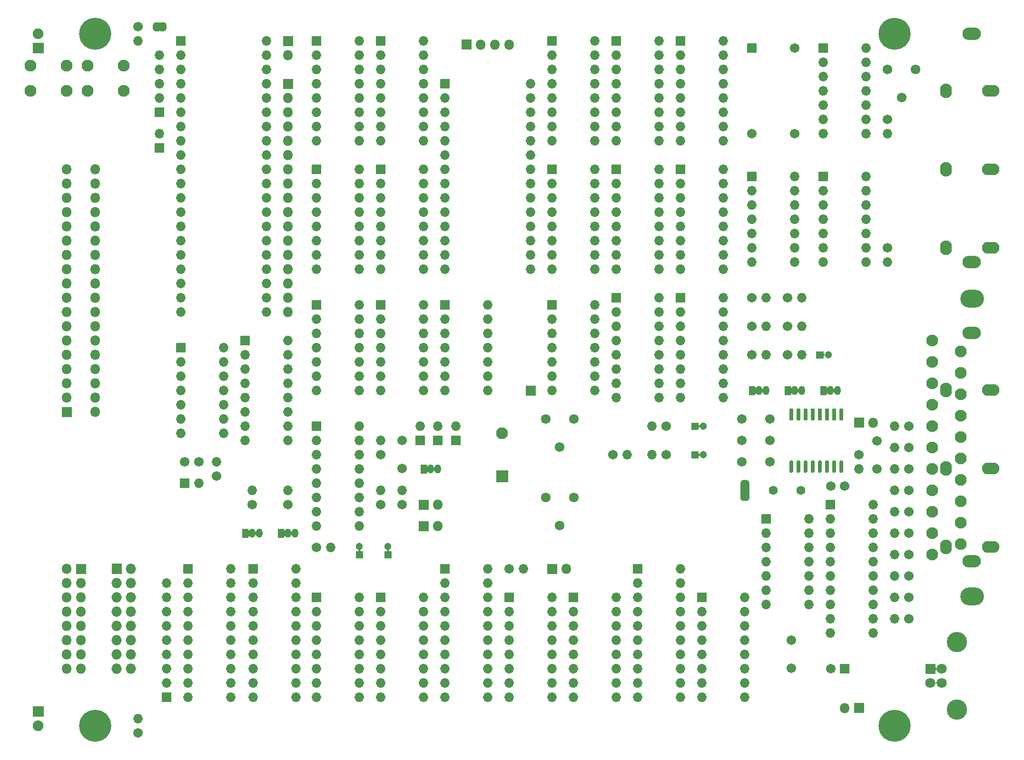
<source format=gts>
G04 #@! TF.GenerationSoftware,KiCad,Pcbnew,5.1.12-84ad8e8a86~92~ubuntu18.04.1*
G04 #@! TF.CreationDate,2022-12-12T22:34:18+01:00*
G04 #@! TF.ProjectId,full,66756c6c-2e6b-4696-9361-645f70636258,rev?*
G04 #@! TF.SameCoordinates,Original*
G04 #@! TF.FileFunction,Soldermask,Top*
G04 #@! TF.FilePolarity,Negative*
%FSLAX46Y46*%
G04 Gerber Fmt 4.6, Leading zero omitted, Abs format (unit mm)*
G04 Created by KiCad (PCBNEW 5.1.12-84ad8e8a86~92~ubuntu18.04.1) date 2022-12-12 22:34:18*
%MOMM*%
%LPD*%
G01*
G04 APERTURE LIST*
%ADD10C,1.902000*%
%ADD11O,1.702000X1.702000*%
%ADD12C,1.702000*%
%ADD13O,3.302000X2.202000*%
%ADD14O,3.100980X2.100980*%
%ADD15O,2.100980X2.600980*%
%ADD16O,4.202000X3.202000*%
%ADD17C,2.100980*%
%ADD18O,1.802000X1.802000*%
%ADD19C,1.602000*%
%ADD20C,0.100000*%
%ADD21C,5.702000*%
%ADD22C,1.722000*%
%ADD23C,1.302000*%
%ADD24C,2.102000*%
%ADD25O,1.829200X1.829200*%
%ADD26C,3.602000*%
%ADD27C,1.802000*%
%ADD28O,1.152000X1.602000*%
G04 APERTURE END LIST*
D10*
X16510000Y-16510000D03*
G36*
G01*
X17410000Y-20001000D02*
X15610000Y-20001000D01*
G75*
G02*
X15559000Y-19950000I0J51000D01*
G01*
X15559000Y-18150000D01*
G75*
G02*
X15610000Y-18099000I51000J0D01*
G01*
X17410000Y-18099000D01*
G75*
G02*
X17461000Y-18150000I0J-51000D01*
G01*
X17461000Y-19950000D01*
G75*
G02*
X17410000Y-20001000I-51000J0D01*
G01*
G37*
X16510000Y-139700000D03*
G36*
G01*
X15610000Y-136209000D02*
X17410000Y-136209000D01*
G75*
G02*
X17461000Y-136260000I0J-51000D01*
G01*
X17461000Y-138060000D01*
G75*
G02*
X17410000Y-138111000I-51000J0D01*
G01*
X15610000Y-138111000D01*
G75*
G02*
X15559000Y-138060000I0J51000D01*
G01*
X15559000Y-136260000D01*
G75*
G02*
X15610000Y-136209000I51000J0D01*
G01*
G37*
D11*
X168910000Y-86360000D03*
D12*
X171450000Y-86360000D03*
D11*
X81280000Y-97790000D03*
D12*
X81280000Y-100330000D03*
D13*
X182626000Y-110363000D03*
X182626000Y-69723000D03*
D14*
X186014360Y-107823000D03*
D15*
X178054000Y-107823000D03*
D14*
X186014360Y-93853000D03*
D15*
X178054000Y-93853000D03*
D14*
X186014360Y-79883000D03*
D15*
X178054000Y-79883000D03*
D13*
X182626000Y-57150000D03*
X182626000Y-16510000D03*
D14*
X186014360Y-54610000D03*
D15*
X178054000Y-54610000D03*
D14*
X186014360Y-40640000D03*
D15*
X178054000Y-40640000D03*
D14*
X186014360Y-26670000D03*
D15*
X178054000Y-26670000D03*
D16*
X182679340Y-116669820D03*
X182679340Y-63670180D03*
D17*
X175600360Y-109220000D03*
X180680360Y-107315000D03*
X175600360Y-105410000D03*
X180680360Y-103505000D03*
X175600360Y-101600000D03*
X180680360Y-99695000D03*
X175600360Y-97790000D03*
X180680360Y-95885000D03*
X175600360Y-93980000D03*
X180680360Y-92075000D03*
X175600360Y-90170000D03*
X180680360Y-88265000D03*
X175600360Y-86360000D03*
X180680360Y-84455000D03*
X175600360Y-82550000D03*
X180680360Y-80645000D03*
X175600360Y-78740000D03*
X180680360Y-76835000D03*
X175600360Y-74930000D03*
X180680360Y-73025000D03*
X175600360Y-71120000D03*
D18*
X165100000Y-85725000D03*
G36*
G01*
X163410000Y-86626000D02*
X161710000Y-86626000D01*
G75*
G02*
X161659000Y-86575000I0J51000D01*
G01*
X161659000Y-84875000D01*
G75*
G02*
X161710000Y-84824000I51000J0D01*
G01*
X163410000Y-84824000D01*
G75*
G02*
X163461000Y-84875000I0J-51000D01*
G01*
X163461000Y-86575000D01*
G75*
G02*
X163410000Y-86626000I-51000J0D01*
G01*
G37*
D12*
X42585000Y-92710000D03*
X45085000Y-92710000D03*
X157520000Y-97028000D03*
X160020000Y-97028000D03*
X165735000Y-88980000D03*
X165735000Y-93980000D03*
D19*
X152200000Y-97790000D03*
X147320000Y-97790000D03*
G36*
G01*
X150670500Y-85326000D02*
X150319500Y-85326000D01*
G75*
G02*
X150144000Y-85150500I0J175500D01*
G01*
X150144000Y-83349500D01*
G75*
G02*
X150319500Y-83174000I175500J0D01*
G01*
X150670500Y-83174000D01*
G75*
G02*
X150846000Y-83349500I0J-175500D01*
G01*
X150846000Y-85150500D01*
G75*
G02*
X150670500Y-85326000I-175500J0D01*
G01*
G37*
G36*
G01*
X151940500Y-85326000D02*
X151589500Y-85326000D01*
G75*
G02*
X151414000Y-85150500I0J175500D01*
G01*
X151414000Y-83349500D01*
G75*
G02*
X151589500Y-83174000I175500J0D01*
G01*
X151940500Y-83174000D01*
G75*
G02*
X152116000Y-83349500I0J-175500D01*
G01*
X152116000Y-85150500D01*
G75*
G02*
X151940500Y-85326000I-175500J0D01*
G01*
G37*
G36*
G01*
X153210500Y-85326000D02*
X152859500Y-85326000D01*
G75*
G02*
X152684000Y-85150500I0J175500D01*
G01*
X152684000Y-83349500D01*
G75*
G02*
X152859500Y-83174000I175500J0D01*
G01*
X153210500Y-83174000D01*
G75*
G02*
X153386000Y-83349500I0J-175500D01*
G01*
X153386000Y-85150500D01*
G75*
G02*
X153210500Y-85326000I-175500J0D01*
G01*
G37*
G36*
G01*
X154480500Y-85326000D02*
X154129500Y-85326000D01*
G75*
G02*
X153954000Y-85150500I0J175500D01*
G01*
X153954000Y-83349500D01*
G75*
G02*
X154129500Y-83174000I175500J0D01*
G01*
X154480500Y-83174000D01*
G75*
G02*
X154656000Y-83349500I0J-175500D01*
G01*
X154656000Y-85150500D01*
G75*
G02*
X154480500Y-85326000I-175500J0D01*
G01*
G37*
G36*
G01*
X155750500Y-85326000D02*
X155399500Y-85326000D01*
G75*
G02*
X155224000Y-85150500I0J175500D01*
G01*
X155224000Y-83349500D01*
G75*
G02*
X155399500Y-83174000I175500J0D01*
G01*
X155750500Y-83174000D01*
G75*
G02*
X155926000Y-83349500I0J-175500D01*
G01*
X155926000Y-85150500D01*
G75*
G02*
X155750500Y-85326000I-175500J0D01*
G01*
G37*
G36*
G01*
X157020500Y-85326000D02*
X156669500Y-85326000D01*
G75*
G02*
X156494000Y-85150500I0J175500D01*
G01*
X156494000Y-83349500D01*
G75*
G02*
X156669500Y-83174000I175500J0D01*
G01*
X157020500Y-83174000D01*
G75*
G02*
X157196000Y-83349500I0J-175500D01*
G01*
X157196000Y-85150500D01*
G75*
G02*
X157020500Y-85326000I-175500J0D01*
G01*
G37*
G36*
G01*
X158290500Y-85326000D02*
X157939500Y-85326000D01*
G75*
G02*
X157764000Y-85150500I0J175500D01*
G01*
X157764000Y-83349500D01*
G75*
G02*
X157939500Y-83174000I175500J0D01*
G01*
X158290500Y-83174000D01*
G75*
G02*
X158466000Y-83349500I0J-175500D01*
G01*
X158466000Y-85150500D01*
G75*
G02*
X158290500Y-85326000I-175500J0D01*
G01*
G37*
G36*
G01*
X159560500Y-85326000D02*
X159209500Y-85326000D01*
G75*
G02*
X159034000Y-85150500I0J175500D01*
G01*
X159034000Y-83349500D01*
G75*
G02*
X159209500Y-83174000I175500J0D01*
G01*
X159560500Y-83174000D01*
G75*
G02*
X159736000Y-83349500I0J-175500D01*
G01*
X159736000Y-85150500D01*
G75*
G02*
X159560500Y-85326000I-175500J0D01*
G01*
G37*
G36*
G01*
X159560500Y-94626000D02*
X159209500Y-94626000D01*
G75*
G02*
X159034000Y-94450500I0J175500D01*
G01*
X159034000Y-92649500D01*
G75*
G02*
X159209500Y-92474000I175500J0D01*
G01*
X159560500Y-92474000D01*
G75*
G02*
X159736000Y-92649500I0J-175500D01*
G01*
X159736000Y-94450500D01*
G75*
G02*
X159560500Y-94626000I-175500J0D01*
G01*
G37*
G36*
G01*
X158290500Y-94626000D02*
X157939500Y-94626000D01*
G75*
G02*
X157764000Y-94450500I0J175500D01*
G01*
X157764000Y-92649500D01*
G75*
G02*
X157939500Y-92474000I175500J0D01*
G01*
X158290500Y-92474000D01*
G75*
G02*
X158466000Y-92649500I0J-175500D01*
G01*
X158466000Y-94450500D01*
G75*
G02*
X158290500Y-94626000I-175500J0D01*
G01*
G37*
G36*
G01*
X157020500Y-94626000D02*
X156669500Y-94626000D01*
G75*
G02*
X156494000Y-94450500I0J175500D01*
G01*
X156494000Y-92649500D01*
G75*
G02*
X156669500Y-92474000I175500J0D01*
G01*
X157020500Y-92474000D01*
G75*
G02*
X157196000Y-92649500I0J-175500D01*
G01*
X157196000Y-94450500D01*
G75*
G02*
X157020500Y-94626000I-175500J0D01*
G01*
G37*
G36*
G01*
X155750500Y-94626000D02*
X155399500Y-94626000D01*
G75*
G02*
X155224000Y-94450500I0J175500D01*
G01*
X155224000Y-92649500D01*
G75*
G02*
X155399500Y-92474000I175500J0D01*
G01*
X155750500Y-92474000D01*
G75*
G02*
X155926000Y-92649500I0J-175500D01*
G01*
X155926000Y-94450500D01*
G75*
G02*
X155750500Y-94626000I-175500J0D01*
G01*
G37*
G36*
G01*
X154480500Y-94626000D02*
X154129500Y-94626000D01*
G75*
G02*
X153954000Y-94450500I0J175500D01*
G01*
X153954000Y-92649500D01*
G75*
G02*
X154129500Y-92474000I175500J0D01*
G01*
X154480500Y-92474000D01*
G75*
G02*
X154656000Y-92649500I0J-175500D01*
G01*
X154656000Y-94450500D01*
G75*
G02*
X154480500Y-94626000I-175500J0D01*
G01*
G37*
G36*
G01*
X153210500Y-94626000D02*
X152859500Y-94626000D01*
G75*
G02*
X152684000Y-94450500I0J175500D01*
G01*
X152684000Y-92649500D01*
G75*
G02*
X152859500Y-92474000I175500J0D01*
G01*
X153210500Y-92474000D01*
G75*
G02*
X153386000Y-92649500I0J-175500D01*
G01*
X153386000Y-94450500D01*
G75*
G02*
X153210500Y-94626000I-175500J0D01*
G01*
G37*
G36*
G01*
X151940500Y-94626000D02*
X151589500Y-94626000D01*
G75*
G02*
X151414000Y-94450500I0J175500D01*
G01*
X151414000Y-92649500D01*
G75*
G02*
X151589500Y-92474000I175500J0D01*
G01*
X151940500Y-92474000D01*
G75*
G02*
X152116000Y-92649500I0J-175500D01*
G01*
X152116000Y-94450500D01*
G75*
G02*
X151940500Y-94626000I-175500J0D01*
G01*
G37*
G36*
G01*
X150670500Y-94626000D02*
X150319500Y-94626000D01*
G75*
G02*
X150144000Y-94450500I0J175500D01*
G01*
X150144000Y-92649500D01*
G75*
G02*
X150319500Y-92474000I175500J0D01*
G01*
X150670500Y-92474000D01*
G75*
G02*
X150846000Y-92649500I0J-175500D01*
G01*
X150846000Y-94450500D01*
G75*
G02*
X150670500Y-94626000I-175500J0D01*
G01*
G37*
D11*
X162560000Y-93980000D03*
D12*
X162560000Y-91440000D03*
D20*
G36*
X141439980Y-98530050D02*
G01*
X141442882Y-98520483D01*
X141447595Y-98511666D01*
X141453938Y-98503938D01*
X141461666Y-98497595D01*
X141470483Y-98492882D01*
X141480050Y-98489980D01*
X141490000Y-98489000D01*
X142990000Y-98489000D01*
X142999950Y-98489980D01*
X143009517Y-98492882D01*
X143018334Y-98497595D01*
X143026062Y-98503938D01*
X143032405Y-98511666D01*
X143037118Y-98520483D01*
X143040020Y-98530050D01*
X143041000Y-98540000D01*
X143041000Y-99090000D01*
X143040398Y-99096112D01*
X143040398Y-99114534D01*
X143040152Y-99119533D01*
X143035342Y-99168364D01*
X143034608Y-99173314D01*
X143025036Y-99221439D01*
X143023820Y-99226295D01*
X143009576Y-99273250D01*
X143007890Y-99277961D01*
X142989113Y-99323294D01*
X142986973Y-99327820D01*
X142963842Y-99371093D01*
X142961269Y-99375384D01*
X142934009Y-99416183D01*
X142931027Y-99420204D01*
X142899899Y-99458133D01*
X142896538Y-99461841D01*
X142861841Y-99496538D01*
X142858133Y-99499899D01*
X142820204Y-99531027D01*
X142816183Y-99534009D01*
X142775384Y-99561269D01*
X142771093Y-99563842D01*
X142727820Y-99586973D01*
X142723294Y-99589113D01*
X142677961Y-99607890D01*
X142673250Y-99609576D01*
X142626295Y-99623820D01*
X142621439Y-99625036D01*
X142573314Y-99634608D01*
X142568364Y-99635342D01*
X142519533Y-99640152D01*
X142514534Y-99640398D01*
X142496112Y-99640398D01*
X142490000Y-99641000D01*
X141990000Y-99641000D01*
X141983888Y-99640398D01*
X141965466Y-99640398D01*
X141960467Y-99640152D01*
X141911636Y-99635342D01*
X141906686Y-99634608D01*
X141858561Y-99625036D01*
X141853705Y-99623820D01*
X141806750Y-99609576D01*
X141802039Y-99607890D01*
X141756706Y-99589113D01*
X141752180Y-99586973D01*
X141708907Y-99563842D01*
X141704616Y-99561269D01*
X141663817Y-99534009D01*
X141659796Y-99531027D01*
X141621867Y-99499899D01*
X141618159Y-99496538D01*
X141583462Y-99461841D01*
X141580101Y-99458133D01*
X141548973Y-99420204D01*
X141545991Y-99416183D01*
X141518731Y-99375384D01*
X141516158Y-99371093D01*
X141493027Y-99327820D01*
X141490887Y-99323294D01*
X141472110Y-99277961D01*
X141470424Y-99273250D01*
X141456180Y-99226295D01*
X141454964Y-99221439D01*
X141445392Y-99173314D01*
X141444658Y-99168364D01*
X141439848Y-99119533D01*
X141439602Y-99114534D01*
X141439602Y-99096112D01*
X141439000Y-99090000D01*
X141439000Y-98540000D01*
X141439980Y-98530050D01*
G37*
G36*
G01*
X142990000Y-98341000D02*
X141490000Y-98341000D01*
G75*
G02*
X141439000Y-98290000I0J51000D01*
G01*
X141439000Y-97290000D01*
G75*
G02*
X141490000Y-97239000I51000J0D01*
G01*
X142990000Y-97239000D01*
G75*
G02*
X143041000Y-97290000I0J-51000D01*
G01*
X143041000Y-98290000D01*
G75*
G02*
X142990000Y-98341000I-51000J0D01*
G01*
G37*
G36*
X141439602Y-96483888D02*
G01*
X141439602Y-96465466D01*
X141439848Y-96460467D01*
X141444658Y-96411636D01*
X141445392Y-96406686D01*
X141454964Y-96358561D01*
X141456180Y-96353705D01*
X141470424Y-96306750D01*
X141472110Y-96302039D01*
X141490887Y-96256706D01*
X141493027Y-96252180D01*
X141516158Y-96208907D01*
X141518731Y-96204616D01*
X141545991Y-96163817D01*
X141548973Y-96159796D01*
X141580101Y-96121867D01*
X141583462Y-96118159D01*
X141618159Y-96083462D01*
X141621867Y-96080101D01*
X141659796Y-96048973D01*
X141663817Y-96045991D01*
X141704616Y-96018731D01*
X141708907Y-96016158D01*
X141752180Y-95993027D01*
X141756706Y-95990887D01*
X141802039Y-95972110D01*
X141806750Y-95970424D01*
X141853705Y-95956180D01*
X141858561Y-95954964D01*
X141906686Y-95945392D01*
X141911636Y-95944658D01*
X141960467Y-95939848D01*
X141965466Y-95939602D01*
X141983888Y-95939602D01*
X141990000Y-95939000D01*
X142490000Y-95939000D01*
X142496112Y-95939602D01*
X142514534Y-95939602D01*
X142519533Y-95939848D01*
X142568364Y-95944658D01*
X142573314Y-95945392D01*
X142621439Y-95954964D01*
X142626295Y-95956180D01*
X142673250Y-95970424D01*
X142677961Y-95972110D01*
X142723294Y-95990887D01*
X142727820Y-95993027D01*
X142771093Y-96016158D01*
X142775384Y-96018731D01*
X142816183Y-96045991D01*
X142820204Y-96048973D01*
X142858133Y-96080101D01*
X142861841Y-96083462D01*
X142896538Y-96118159D01*
X142899899Y-96121867D01*
X142931027Y-96159796D01*
X142934009Y-96163817D01*
X142961269Y-96204616D01*
X142963842Y-96208907D01*
X142986973Y-96252180D01*
X142989113Y-96256706D01*
X143007890Y-96302039D01*
X143009576Y-96306750D01*
X143023820Y-96353705D01*
X143025036Y-96358561D01*
X143034608Y-96406686D01*
X143035342Y-96411636D01*
X143040152Y-96460467D01*
X143040398Y-96465466D01*
X143040398Y-96483888D01*
X143041000Y-96490000D01*
X143041000Y-97040000D01*
X143040020Y-97049950D01*
X143037118Y-97059517D01*
X143032405Y-97068334D01*
X143026062Y-97076062D01*
X143018334Y-97082405D01*
X143009517Y-97087118D01*
X142999950Y-97090020D01*
X142990000Y-97091000D01*
X141490000Y-97091000D01*
X141480050Y-97090020D01*
X141470483Y-97087118D01*
X141461666Y-97082405D01*
X141453938Y-97076062D01*
X141447595Y-97068334D01*
X141442882Y-97059517D01*
X141439980Y-97049950D01*
X141439000Y-97040000D01*
X141439000Y-96490000D01*
X141439602Y-96483888D01*
G37*
D12*
X141685000Y-92710000D03*
X146685000Y-92710000D03*
X141685000Y-88900000D03*
X146685000Y-88900000D03*
X141685000Y-85090000D03*
X146685000Y-85090000D03*
D11*
X102870000Y-111760000D03*
D12*
X100330000Y-111760000D03*
D18*
X110490000Y-111760000D03*
G36*
G01*
X108800000Y-112661000D02*
X107100000Y-112661000D01*
G75*
G02*
X107049000Y-112610000I0J51000D01*
G01*
X107049000Y-110910000D01*
G75*
G02*
X107100000Y-110859000I51000J0D01*
G01*
X108800000Y-110859000D01*
G75*
G02*
X108851000Y-110910000I0J-51000D01*
G01*
X108851000Y-112610000D01*
G75*
G02*
X108800000Y-112661000I-51000J0D01*
G01*
G37*
D20*
G36*
X37458888Y-16040398D02*
G01*
X37440466Y-16040398D01*
X37435467Y-16040152D01*
X37386636Y-16035342D01*
X37381686Y-16034608D01*
X37333561Y-16025036D01*
X37328705Y-16023820D01*
X37281750Y-16009576D01*
X37277039Y-16007890D01*
X37231706Y-15989113D01*
X37227180Y-15986973D01*
X37183907Y-15963842D01*
X37179616Y-15961269D01*
X37138817Y-15934009D01*
X37134796Y-15931027D01*
X37096867Y-15899899D01*
X37093159Y-15896538D01*
X37058462Y-15861841D01*
X37055101Y-15858133D01*
X37023973Y-15820204D01*
X37020991Y-15816183D01*
X36993731Y-15775384D01*
X36991158Y-15771093D01*
X36968027Y-15727820D01*
X36965887Y-15723294D01*
X36947110Y-15677961D01*
X36945424Y-15673250D01*
X36931180Y-15626295D01*
X36929964Y-15621439D01*
X36920392Y-15573314D01*
X36919658Y-15568364D01*
X36914848Y-15519533D01*
X36914602Y-15514534D01*
X36914602Y-15496112D01*
X36914000Y-15490000D01*
X36914000Y-14990000D01*
X36914602Y-14983888D01*
X36914602Y-14965466D01*
X36914848Y-14960467D01*
X36919658Y-14911636D01*
X36920392Y-14906686D01*
X36929964Y-14858561D01*
X36931180Y-14853705D01*
X36945424Y-14806750D01*
X36947110Y-14802039D01*
X36965887Y-14756706D01*
X36968027Y-14752180D01*
X36991158Y-14708907D01*
X36993731Y-14704616D01*
X37020991Y-14663817D01*
X37023973Y-14659796D01*
X37055101Y-14621867D01*
X37058462Y-14618159D01*
X37093159Y-14583462D01*
X37096867Y-14580101D01*
X37134796Y-14548973D01*
X37138817Y-14545991D01*
X37179616Y-14518731D01*
X37183907Y-14516158D01*
X37227180Y-14493027D01*
X37231706Y-14490887D01*
X37277039Y-14472110D01*
X37281750Y-14470424D01*
X37328705Y-14456180D01*
X37333561Y-14454964D01*
X37381686Y-14445392D01*
X37386636Y-14444658D01*
X37435467Y-14439848D01*
X37440466Y-14439602D01*
X37458888Y-14439602D01*
X37465000Y-14439000D01*
X37965000Y-14439000D01*
X37974950Y-14439980D01*
X37984517Y-14442882D01*
X37993334Y-14447595D01*
X38001062Y-14453938D01*
X38007405Y-14461666D01*
X38012118Y-14470483D01*
X38015020Y-14480050D01*
X38016000Y-14490000D01*
X38016000Y-15990000D01*
X38015020Y-15999950D01*
X38012118Y-16009517D01*
X38007405Y-16018334D01*
X38001062Y-16026062D01*
X37993334Y-16032405D01*
X37984517Y-16037118D01*
X37974950Y-16040020D01*
X37965000Y-16041000D01*
X37465000Y-16041000D01*
X37458888Y-16040398D01*
G37*
G36*
X38255050Y-16040020D02*
G01*
X38245483Y-16037118D01*
X38236666Y-16032405D01*
X38228938Y-16026062D01*
X38222595Y-16018334D01*
X38217882Y-16009517D01*
X38214980Y-15999950D01*
X38214000Y-15990000D01*
X38214000Y-14490000D01*
X38214980Y-14480050D01*
X38217882Y-14470483D01*
X38222595Y-14461666D01*
X38228938Y-14453938D01*
X38236666Y-14447595D01*
X38245483Y-14442882D01*
X38255050Y-14439980D01*
X38265000Y-14439000D01*
X38765000Y-14439000D01*
X38771112Y-14439602D01*
X38789534Y-14439602D01*
X38794533Y-14439848D01*
X38843364Y-14444658D01*
X38848314Y-14445392D01*
X38896439Y-14454964D01*
X38901295Y-14456180D01*
X38948250Y-14470424D01*
X38952961Y-14472110D01*
X38998294Y-14490887D01*
X39002820Y-14493027D01*
X39046093Y-14516158D01*
X39050384Y-14518731D01*
X39091183Y-14545991D01*
X39095204Y-14548973D01*
X39133133Y-14580101D01*
X39136841Y-14583462D01*
X39171538Y-14618159D01*
X39174899Y-14621867D01*
X39206027Y-14659796D01*
X39209009Y-14663817D01*
X39236269Y-14704616D01*
X39238842Y-14708907D01*
X39261973Y-14752180D01*
X39264113Y-14756706D01*
X39282890Y-14802039D01*
X39284576Y-14806750D01*
X39298820Y-14853705D01*
X39300036Y-14858561D01*
X39309608Y-14906686D01*
X39310342Y-14911636D01*
X39315152Y-14960467D01*
X39315398Y-14965466D01*
X39315398Y-14983888D01*
X39316000Y-14990000D01*
X39316000Y-15490000D01*
X39315398Y-15496112D01*
X39315398Y-15514534D01*
X39315152Y-15519533D01*
X39310342Y-15568364D01*
X39309608Y-15573314D01*
X39300036Y-15621439D01*
X39298820Y-15626295D01*
X39284576Y-15673250D01*
X39282890Y-15677961D01*
X39264113Y-15723294D01*
X39261973Y-15727820D01*
X39238842Y-15771093D01*
X39236269Y-15775384D01*
X39209009Y-15816183D01*
X39206027Y-15820204D01*
X39174899Y-15858133D01*
X39171538Y-15861841D01*
X39136841Y-15896538D01*
X39133133Y-15899899D01*
X39095204Y-15931027D01*
X39091183Y-15934009D01*
X39050384Y-15961269D01*
X39046093Y-15963842D01*
X39002820Y-15986973D01*
X38998294Y-15989113D01*
X38952961Y-16007890D01*
X38948250Y-16009576D01*
X38901295Y-16023820D01*
X38896439Y-16025036D01*
X38848314Y-16034608D01*
X38843364Y-16035342D01*
X38794533Y-16040152D01*
X38789534Y-16040398D01*
X38771112Y-16040398D01*
X38765000Y-16041000D01*
X38265000Y-16041000D01*
X38255050Y-16040020D01*
G37*
D21*
X168910000Y-139700000D03*
X168910000Y-16510000D03*
X26670000Y-139700000D03*
X26670000Y-16510000D03*
D22*
X167640000Y-22860000D03*
X170140000Y-27860000D03*
X172640000Y-22860000D03*
X106807000Y-99060000D03*
X109307000Y-104060000D03*
X111807000Y-99060000D03*
X106807000Y-85090000D03*
X109307000Y-90090000D03*
X111807000Y-85090000D03*
D18*
X21590000Y-76200000D03*
X26670000Y-60960000D03*
X21590000Y-58420000D03*
X26670000Y-58420000D03*
X21590000Y-55880000D03*
X26670000Y-55880000D03*
X21590000Y-53340000D03*
X26670000Y-53340000D03*
X21590000Y-50800000D03*
X26670000Y-50800000D03*
X21590000Y-48260000D03*
X26670000Y-48260000D03*
X21590000Y-45720000D03*
X26670000Y-45720000D03*
X21590000Y-43180000D03*
X26670000Y-43180000D03*
X21590000Y-40640000D03*
X26670000Y-40640000D03*
X26670000Y-73660000D03*
X26670000Y-63500000D03*
X21590000Y-60960000D03*
X26670000Y-76200000D03*
X21590000Y-73660000D03*
X26670000Y-71120000D03*
X21590000Y-68580000D03*
X26670000Y-68580000D03*
X21590000Y-66040000D03*
X26670000Y-66040000D03*
X21590000Y-63500000D03*
G36*
G01*
X22491000Y-82970000D02*
X22491000Y-84670000D01*
G75*
G02*
X22440000Y-84721000I-51000J0D01*
G01*
X20740000Y-84721000D01*
G75*
G02*
X20689000Y-84670000I0J51000D01*
G01*
X20689000Y-82970000D01*
G75*
G02*
X20740000Y-82919000I51000J0D01*
G01*
X22440000Y-82919000D01*
G75*
G02*
X22491000Y-82970000I0J-51000D01*
G01*
G37*
X26670000Y-78740000D03*
X21590000Y-71120000D03*
X26670000Y-83820000D03*
X26670000Y-81280000D03*
X21590000Y-78740000D03*
X21590000Y-81280000D03*
D11*
X125730000Y-86360000D03*
D12*
X128270000Y-86360000D03*
D23*
X134850000Y-86360000D03*
G36*
G01*
X132699000Y-86960001D02*
X132699000Y-85759999D01*
G75*
G02*
X132749999Y-85709000I50999J0D01*
G01*
X133950001Y-85709000D01*
G75*
G02*
X134001000Y-85759999I0J-50999D01*
G01*
X134001000Y-86960001D01*
G75*
G02*
X133950001Y-87011000I-50999J0D01*
G01*
X132749999Y-87011000D01*
G75*
G02*
X132699000Y-86960001I0J50999D01*
G01*
G37*
D18*
X21590000Y-129540000D03*
X24130000Y-129540000D03*
X21590000Y-127000000D03*
X24130000Y-127000000D03*
X21590000Y-124460000D03*
X24130000Y-124460000D03*
X21590000Y-121920000D03*
X24130000Y-121920000D03*
X21590000Y-119380000D03*
X24130000Y-119380000D03*
X21590000Y-116840000D03*
X24130000Y-116840000D03*
X21590000Y-114300000D03*
X24130000Y-114300000D03*
X21590000Y-111760000D03*
G36*
G01*
X23229000Y-112610000D02*
X23229000Y-110910000D01*
G75*
G02*
X23280000Y-110859000I51000J0D01*
G01*
X24980000Y-110859000D01*
G75*
G02*
X25031000Y-110910000I0J-51000D01*
G01*
X25031000Y-112610000D01*
G75*
G02*
X24980000Y-112661000I-51000J0D01*
G01*
X23280000Y-112661000D01*
G75*
G02*
X23229000Y-112610000I0J51000D01*
G01*
G37*
X60960000Y-20320000D03*
G36*
G01*
X60059000Y-18630000D02*
X60059000Y-16930000D01*
G75*
G02*
X60110000Y-16879000I51000J0D01*
G01*
X61810000Y-16879000D01*
G75*
G02*
X61861000Y-16930000I0J-51000D01*
G01*
X61861000Y-18630000D01*
G75*
G02*
X61810000Y-18681000I-51000J0D01*
G01*
X60110000Y-18681000D01*
G75*
G02*
X60059000Y-18630000I0J51000D01*
G01*
G37*
D11*
X62357000Y-111760000D03*
X54737000Y-134620000D03*
X62357000Y-114300000D03*
X54737000Y-132080000D03*
X62357000Y-116840000D03*
X54737000Y-129540000D03*
X62357000Y-119380000D03*
X54737000Y-127000000D03*
X62357000Y-121920000D03*
X54737000Y-124460000D03*
X62357000Y-124460000D03*
X54737000Y-121920000D03*
X62357000Y-127000000D03*
X54737000Y-119380000D03*
X62357000Y-129540000D03*
X54737000Y-116840000D03*
X62357000Y-132080000D03*
X54737000Y-114300000D03*
X62357000Y-134620000D03*
G36*
G01*
X53886000Y-112560000D02*
X53886000Y-110960000D01*
G75*
G02*
X53937000Y-110909000I51000J0D01*
G01*
X55537000Y-110909000D01*
G75*
G02*
X55588000Y-110960000I0J-51000D01*
G01*
X55588000Y-112560000D01*
G75*
G02*
X55537000Y-112611000I-51000J0D01*
G01*
X53937000Y-112611000D01*
G75*
G02*
X53886000Y-112560000I0J51000D01*
G01*
G37*
X168910000Y-90170000D03*
D12*
X171450000Y-90170000D03*
D18*
X160020000Y-136525000D03*
G36*
G01*
X161710000Y-135624000D02*
X163410000Y-135624000D01*
G75*
G02*
X163461000Y-135675000I0J-51000D01*
G01*
X163461000Y-137375000D01*
G75*
G02*
X163410000Y-137426000I-51000J0D01*
G01*
X161710000Y-137426000D01*
G75*
G02*
X161659000Y-137375000I0J51000D01*
G01*
X161659000Y-135675000D01*
G75*
G02*
X161710000Y-135624000I51000J0D01*
G01*
G37*
X87630000Y-100330000D03*
G36*
G01*
X85940000Y-101231000D02*
X84240000Y-101231000D01*
G75*
G02*
X84189000Y-101180000I0J51000D01*
G01*
X84189000Y-99480000D01*
G75*
G02*
X84240000Y-99429000I51000J0D01*
G01*
X85940000Y-99429000D01*
G75*
G02*
X85991000Y-99480000I0J-51000D01*
G01*
X85991000Y-101180000D01*
G75*
G02*
X85940000Y-101231000I-51000J0D01*
G01*
G37*
X87630000Y-104140000D03*
G36*
G01*
X85940000Y-105041000D02*
X84240000Y-105041000D01*
G75*
G02*
X84189000Y-104990000I0J51000D01*
G01*
X84189000Y-103290000D01*
G75*
G02*
X84240000Y-103239000I51000J0D01*
G01*
X85940000Y-103239000D01*
G75*
G02*
X85991000Y-103290000I0J-51000D01*
G01*
X85991000Y-104990000D01*
G75*
G02*
X85940000Y-105041000I-51000J0D01*
G01*
G37*
G36*
G01*
X103239000Y-80860000D02*
X103239000Y-79160000D01*
G75*
G02*
X103290000Y-79109000I51000J0D01*
G01*
X104990000Y-79109000D01*
G75*
G02*
X105041000Y-79160000I0J-51000D01*
G01*
X105041000Y-80860000D01*
G75*
G02*
X104990000Y-80911000I-51000J0D01*
G01*
X103290000Y-80911000D01*
G75*
G02*
X103239000Y-80860000I0J51000D01*
G01*
G37*
D11*
X90805000Y-86360000D03*
G36*
G01*
X91605000Y-89751000D02*
X90005000Y-89751000D01*
G75*
G02*
X89954000Y-89700000I0J51000D01*
G01*
X89954000Y-88100000D01*
G75*
G02*
X90005000Y-88049000I51000J0D01*
G01*
X91605000Y-88049000D01*
G75*
G02*
X91656000Y-88100000I0J-51000D01*
G01*
X91656000Y-89700000D01*
G75*
G02*
X91605000Y-89751000I-51000J0D01*
G01*
G37*
D24*
X99060000Y-87650000D03*
G36*
G01*
X100060000Y-96301000D02*
X98060000Y-96301000D01*
G75*
G02*
X98009000Y-96250000I0J51000D01*
G01*
X98009000Y-94250000D01*
G75*
G02*
X98060000Y-94199000I51000J0D01*
G01*
X100060000Y-94199000D01*
G75*
G02*
X100111000Y-94250000I0J-51000D01*
G01*
X100111000Y-96250000D01*
G75*
G02*
X100060000Y-96301000I-51000J0D01*
G01*
G37*
D25*
X33020000Y-129540000D03*
X30480000Y-129540000D03*
X33020000Y-127000000D03*
X30480000Y-127000000D03*
X33020000Y-124460000D03*
X30480000Y-124460000D03*
X33020000Y-121920000D03*
X30480000Y-121920000D03*
X33020000Y-119380000D03*
X30480000Y-119380000D03*
X33020000Y-116840000D03*
X30480000Y-116840000D03*
X33020000Y-114300000D03*
X30480000Y-114300000D03*
X33020000Y-111760000D03*
G36*
G01*
X29565400Y-112623600D02*
X29565400Y-110896400D01*
G75*
G02*
X29616400Y-110845400I51000J0D01*
G01*
X31343600Y-110845400D01*
G75*
G02*
X31394600Y-110896400I0J-51000D01*
G01*
X31394600Y-112623600D01*
G75*
G02*
X31343600Y-112674600I-51000J0D01*
G01*
X29616400Y-112674600D01*
G75*
G02*
X29565400Y-112623600I0J51000D01*
G01*
G37*
D11*
X73660000Y-86360000D03*
X66040000Y-104140000D03*
X73660000Y-88900000D03*
X66040000Y-101600000D03*
X73660000Y-91440000D03*
X66040000Y-99060000D03*
X73660000Y-93980000D03*
X66040000Y-96520000D03*
X73660000Y-96520000D03*
X66040000Y-93980000D03*
X73660000Y-99060000D03*
X66040000Y-91440000D03*
X73660000Y-101600000D03*
X66040000Y-88900000D03*
X73660000Y-104140000D03*
G36*
G01*
X65189000Y-87160000D02*
X65189000Y-85560000D01*
G75*
G02*
X65240000Y-85509000I51000J0D01*
G01*
X66840000Y-85509000D01*
G75*
G02*
X66891000Y-85560000I0J-51000D01*
G01*
X66891000Y-87160000D01*
G75*
G02*
X66840000Y-87211000I-51000J0D01*
G01*
X65240000Y-87211000D01*
G75*
G02*
X65189000Y-87160000I0J51000D01*
G01*
G37*
X57150000Y-17780000D03*
X41910000Y-66040000D03*
X57150000Y-20320000D03*
X41910000Y-63500000D03*
X57150000Y-22860000D03*
X41910000Y-60960000D03*
X57150000Y-25400000D03*
X41910000Y-58420000D03*
X57150000Y-27940000D03*
X41910000Y-55880000D03*
X57150000Y-30480000D03*
X41910000Y-53340000D03*
X57150000Y-33020000D03*
X41910000Y-50800000D03*
X57150000Y-35560000D03*
X41910000Y-48260000D03*
X57150000Y-38100000D03*
X41910000Y-45720000D03*
X57150000Y-40640000D03*
X41910000Y-43180000D03*
X57150000Y-43180000D03*
X41910000Y-40640000D03*
X57150000Y-45720000D03*
X41910000Y-38100000D03*
X57150000Y-48260000D03*
X41910000Y-35560000D03*
X57150000Y-50800000D03*
X41910000Y-33020000D03*
X57150000Y-53340000D03*
X41910000Y-30480000D03*
X57150000Y-55880000D03*
X41910000Y-27940000D03*
X57150000Y-58420000D03*
X41910000Y-25400000D03*
X57150000Y-60960000D03*
X41910000Y-22860000D03*
X57150000Y-63500000D03*
X41910000Y-20320000D03*
X57150000Y-66040000D03*
G36*
G01*
X41059000Y-18580000D02*
X41059000Y-16980000D01*
G75*
G02*
X41110000Y-16929000I51000J0D01*
G01*
X42710000Y-16929000D01*
G75*
G02*
X42761000Y-16980000I0J-51000D01*
G01*
X42761000Y-18580000D01*
G75*
G02*
X42710000Y-18631000I-51000J0D01*
G01*
X41110000Y-18631000D01*
G75*
G02*
X41059000Y-18580000I0J51000D01*
G01*
G37*
D18*
X100330000Y-18415000D03*
X97790000Y-18415000D03*
X95250000Y-18415000D03*
G36*
G01*
X93560000Y-19316000D02*
X91860000Y-19316000D01*
G75*
G02*
X91809000Y-19265000I0J51000D01*
G01*
X91809000Y-17565000D01*
G75*
G02*
X91860000Y-17514000I51000J0D01*
G01*
X93560000Y-17514000D01*
G75*
G02*
X93611000Y-17565000I0J-51000D01*
G01*
X93611000Y-19265000D01*
G75*
G02*
X93560000Y-19316000I-51000J0D01*
G01*
G37*
D11*
X125730000Y-91440000D03*
D12*
X128270000Y-91440000D03*
D11*
X167640000Y-57150000D03*
D12*
X167640000Y-54610000D03*
D11*
X167640000Y-34290000D03*
D12*
X167640000Y-31750000D03*
D11*
X146050000Y-68580000D03*
D12*
X143510000Y-68580000D03*
D11*
X168910000Y-97790000D03*
D12*
X171450000Y-97790000D03*
D11*
X168910000Y-105410000D03*
D12*
X171450000Y-105410000D03*
D11*
X168910000Y-113030000D03*
D12*
X171450000Y-113030000D03*
D11*
X168910000Y-120650000D03*
D12*
X171450000Y-120650000D03*
D11*
X168910000Y-93980000D03*
D12*
X171450000Y-93980000D03*
D11*
X168910000Y-101600000D03*
D12*
X171450000Y-101600000D03*
D11*
X168910000Y-109220000D03*
D12*
X171450000Y-109220000D03*
D11*
X168910000Y-116840000D03*
D12*
X171450000Y-116840000D03*
D11*
X34290000Y-17780000D03*
D12*
X34290000Y-15240000D03*
D11*
X48260000Y-92710000D03*
D12*
X48260000Y-95250000D03*
D11*
X152400000Y-68580000D03*
D12*
X149860000Y-68580000D03*
D11*
X146050000Y-73660000D03*
D12*
X143510000Y-73660000D03*
D11*
X152400000Y-63500000D03*
D12*
X149860000Y-63500000D03*
D11*
X146050000Y-63500000D03*
D12*
X143510000Y-63500000D03*
D11*
X152400000Y-73660000D03*
D12*
X149860000Y-73660000D03*
D11*
X121285000Y-91440000D03*
D12*
X118745000Y-91440000D03*
D11*
X34290000Y-138430000D03*
D12*
X34290000Y-140970000D03*
D11*
X77470000Y-97790000D03*
D12*
X77470000Y-100330000D03*
D11*
X77470000Y-88900000D03*
D12*
X77470000Y-91440000D03*
D11*
X68580000Y-107950000D03*
D12*
X66040000Y-107950000D03*
D11*
X54610000Y-97790000D03*
D12*
X54610000Y-100330000D03*
D11*
X60960000Y-97790000D03*
D12*
X60960000Y-100330000D03*
X150495000Y-129460000D03*
X150495000Y-124460000D03*
X157520000Y-129540000D03*
G36*
G01*
X160871000Y-128740000D02*
X160871000Y-130340000D01*
G75*
G02*
X160820000Y-130391000I-51000J0D01*
G01*
X159220000Y-130391000D01*
G75*
G02*
X159169000Y-130340000I0J51000D01*
G01*
X159169000Y-128740000D01*
G75*
G02*
X159220000Y-128689000I51000J0D01*
G01*
X160820000Y-128689000D01*
G75*
G02*
X160871000Y-128740000I0J-51000D01*
G01*
G37*
D23*
X134850000Y-91440000D03*
G36*
G01*
X132699000Y-92040001D02*
X132699000Y-90839999D01*
G75*
G02*
X132749999Y-90789000I50999J0D01*
G01*
X133950001Y-90789000D01*
G75*
G02*
X134001000Y-90839999I0J-50999D01*
G01*
X134001000Y-92040001D01*
G75*
G02*
X133950001Y-92091000I-50999J0D01*
G01*
X132749999Y-92091000D01*
G75*
G02*
X132699000Y-92040001I0J50999D01*
G01*
G37*
X157075000Y-73660000D03*
G36*
G01*
X154924000Y-74260001D02*
X154924000Y-73059999D01*
G75*
G02*
X154974999Y-73009000I50999J0D01*
G01*
X156175001Y-73009000D01*
G75*
G02*
X156226000Y-73059999I0J-50999D01*
G01*
X156226000Y-74260001D01*
G75*
G02*
X156175001Y-74311000I-50999J0D01*
G01*
X154974999Y-74311000D01*
G75*
G02*
X154924000Y-74260001I0J50999D01*
G01*
G37*
X78740000Y-107720000D03*
G36*
G01*
X79340001Y-109871000D02*
X78139999Y-109871000D01*
G75*
G02*
X78089000Y-109820001I0J50999D01*
G01*
X78089000Y-108619999D01*
G75*
G02*
X78139999Y-108569000I50999J0D01*
G01*
X79340001Y-108569000D01*
G75*
G02*
X79391000Y-108619999I0J-50999D01*
G01*
X79391000Y-109820001D01*
G75*
G02*
X79340001Y-109871000I-50999J0D01*
G01*
G37*
D12*
X81280000Y-93900000D03*
X81280000Y-88900000D03*
D23*
X73660000Y-107720000D03*
G36*
G01*
X74260001Y-109871000D02*
X73059999Y-109871000D01*
G75*
G02*
X73009000Y-109820001I0J50999D01*
G01*
X73009000Y-108619999D01*
G75*
G02*
X73059999Y-108569000I50999J0D01*
G01*
X74260001Y-108569000D01*
G75*
G02*
X74311000Y-108619999I0J-50999D01*
G01*
X74311000Y-109820001D01*
G75*
G02*
X74260001Y-109871000I-50999J0D01*
G01*
G37*
D11*
X60960000Y-71120000D03*
X53340000Y-88900000D03*
X60960000Y-73660000D03*
X53340000Y-86360000D03*
X60960000Y-76200000D03*
X53340000Y-83820000D03*
X60960000Y-78740000D03*
X53340000Y-81280000D03*
X60960000Y-81280000D03*
X53340000Y-78740000D03*
X60960000Y-83820000D03*
X53340000Y-76200000D03*
X60960000Y-86360000D03*
X53340000Y-73660000D03*
X60960000Y-88900000D03*
G36*
G01*
X52489000Y-71920000D02*
X52489000Y-70320000D01*
G75*
G02*
X52540000Y-70269000I51000J0D01*
G01*
X54140000Y-70269000D01*
G75*
G02*
X54191000Y-70320000I0J-51000D01*
G01*
X54191000Y-71920000D01*
G75*
G02*
X54140000Y-71971000I-51000J0D01*
G01*
X52540000Y-71971000D01*
G75*
G02*
X52489000Y-71920000I0J51000D01*
G01*
G37*
D24*
X25250000Y-26670000D03*
X25250000Y-22170000D03*
X31750000Y-26670000D03*
X31750000Y-22170000D03*
X15090000Y-26670000D03*
X15090000Y-22170000D03*
X21590000Y-26670000D03*
X21590000Y-22170000D03*
D26*
X179970000Y-136810000D03*
X179970000Y-124770000D03*
D27*
X177260000Y-129540000D03*
X177260000Y-132040000D03*
X175260000Y-132040000D03*
G36*
G01*
X174359000Y-130390000D02*
X174359000Y-128690000D01*
G75*
G02*
X174410000Y-128639000I51000J0D01*
G01*
X176110000Y-128639000D01*
G75*
G02*
X176161000Y-128690000I0J-51000D01*
G01*
X176161000Y-130390000D01*
G75*
G02*
X176110000Y-130441000I-51000J0D01*
G01*
X174410000Y-130441000D01*
G75*
G02*
X174359000Y-130390000I0J51000D01*
G01*
G37*
D11*
X45085000Y-96520000D03*
G36*
G01*
X41694000Y-97320000D02*
X41694000Y-95720000D01*
G75*
G02*
X41745000Y-95669000I51000J0D01*
G01*
X43345000Y-95669000D01*
G75*
G02*
X43396000Y-95720000I0J-51000D01*
G01*
X43396000Y-97320000D01*
G75*
G02*
X43345000Y-97371000I-51000J0D01*
G01*
X41745000Y-97371000D01*
G75*
G02*
X41694000Y-97320000I0J51000D01*
G01*
G37*
X87630000Y-86360000D03*
G36*
G01*
X88430000Y-89751000D02*
X86830000Y-89751000D01*
G75*
G02*
X86779000Y-89700000I0J51000D01*
G01*
X86779000Y-88100000D01*
G75*
G02*
X86830000Y-88049000I51000J0D01*
G01*
X88430000Y-88049000D01*
G75*
G02*
X88481000Y-88100000I0J-51000D01*
G01*
X88481000Y-89700000D01*
G75*
G02*
X88430000Y-89751000I-51000J0D01*
G01*
G37*
X84455000Y-86360000D03*
G36*
G01*
X85255000Y-89751000D02*
X83655000Y-89751000D01*
G75*
G02*
X83604000Y-89700000I0J51000D01*
G01*
X83604000Y-88100000D01*
G75*
G02*
X83655000Y-88049000I51000J0D01*
G01*
X85255000Y-88049000D01*
G75*
G02*
X85306000Y-88100000I0J-51000D01*
G01*
X85306000Y-89700000D01*
G75*
G02*
X85255000Y-89751000I-51000J0D01*
G01*
G37*
X38100000Y-34290000D03*
G36*
G01*
X38900000Y-37681000D02*
X37300000Y-37681000D01*
G75*
G02*
X37249000Y-37630000I0J51000D01*
G01*
X37249000Y-36030000D01*
G75*
G02*
X37300000Y-35979000I51000J0D01*
G01*
X38900000Y-35979000D01*
G75*
G02*
X38951000Y-36030000I0J-51000D01*
G01*
X38951000Y-37630000D01*
G75*
G02*
X38900000Y-37681000I-51000J0D01*
G01*
G37*
X39370000Y-114300000D03*
X39370000Y-116840000D03*
X39370000Y-119380000D03*
X39370000Y-121920000D03*
X39370000Y-124460000D03*
X39370000Y-127000000D03*
X39370000Y-129540000D03*
X39370000Y-132080000D03*
G36*
G01*
X40170000Y-135471000D02*
X38570000Y-135471000D01*
G75*
G02*
X38519000Y-135420000I0J51000D01*
G01*
X38519000Y-133820000D01*
G75*
G02*
X38570000Y-133769000I51000J0D01*
G01*
X40170000Y-133769000D01*
G75*
G02*
X40221000Y-133820000I0J-51000D01*
G01*
X40221000Y-135420000D01*
G75*
G02*
X40170000Y-135471000I-51000J0D01*
G01*
G37*
X85090000Y-17780000D03*
X77470000Y-35560000D03*
X85090000Y-20320000D03*
X77470000Y-33020000D03*
X85090000Y-22860000D03*
X77470000Y-30480000D03*
X85090000Y-25400000D03*
X77470000Y-27940000D03*
X85090000Y-27940000D03*
X77470000Y-25400000D03*
X85090000Y-30480000D03*
X77470000Y-22860000D03*
X85090000Y-33020000D03*
X77470000Y-20320000D03*
X85090000Y-35560000D03*
G36*
G01*
X76619000Y-18580000D02*
X76619000Y-16980000D01*
G75*
G02*
X76670000Y-16929000I51000J0D01*
G01*
X78270000Y-16929000D01*
G75*
G02*
X78321000Y-16980000I0J-51000D01*
G01*
X78321000Y-18580000D01*
G75*
G02*
X78270000Y-18631000I-51000J0D01*
G01*
X76670000Y-18631000D01*
G75*
G02*
X76619000Y-18580000I0J51000D01*
G01*
G37*
X85090000Y-40640000D03*
X77470000Y-58420000D03*
X85090000Y-43180000D03*
X77470000Y-55880000D03*
X85090000Y-45720000D03*
X77470000Y-53340000D03*
X85090000Y-48260000D03*
X77470000Y-50800000D03*
X85090000Y-50800000D03*
X77470000Y-48260000D03*
X85090000Y-53340000D03*
X77470000Y-45720000D03*
X85090000Y-55880000D03*
X77470000Y-43180000D03*
X85090000Y-58420000D03*
G36*
G01*
X76619000Y-41440000D02*
X76619000Y-39840000D01*
G75*
G02*
X76670000Y-39789000I51000J0D01*
G01*
X78270000Y-39789000D01*
G75*
G02*
X78321000Y-39840000I0J-51000D01*
G01*
X78321000Y-41440000D01*
G75*
G02*
X78270000Y-41491000I-51000J0D01*
G01*
X76670000Y-41491000D01*
G75*
G02*
X76619000Y-41440000I0J51000D01*
G01*
G37*
X165100000Y-100330000D03*
X157480000Y-123190000D03*
X165100000Y-102870000D03*
X157480000Y-120650000D03*
X165100000Y-105410000D03*
X157480000Y-118110000D03*
X165100000Y-107950000D03*
X157480000Y-115570000D03*
X165100000Y-110490000D03*
X157480000Y-113030000D03*
X165100000Y-113030000D03*
X157480000Y-110490000D03*
X165100000Y-115570000D03*
X157480000Y-107950000D03*
X165100000Y-118110000D03*
X157480000Y-105410000D03*
X165100000Y-120650000D03*
X157480000Y-102870000D03*
X165100000Y-123190000D03*
G36*
G01*
X156629000Y-101130000D02*
X156629000Y-99530000D01*
G75*
G02*
X156680000Y-99479000I51000J0D01*
G01*
X158280000Y-99479000D01*
G75*
G02*
X158331000Y-99530000I0J-51000D01*
G01*
X158331000Y-101130000D01*
G75*
G02*
X158280000Y-101181000I-51000J0D01*
G01*
X156680000Y-101181000D01*
G75*
G02*
X156629000Y-101130000I0J51000D01*
G01*
G37*
X153670000Y-102870000D03*
X146050000Y-118110000D03*
X153670000Y-105410000D03*
X146050000Y-115570000D03*
X153670000Y-107950000D03*
X146050000Y-113030000D03*
X153670000Y-110490000D03*
X146050000Y-110490000D03*
X153670000Y-113030000D03*
X146050000Y-107950000D03*
X153670000Y-115570000D03*
X146050000Y-105410000D03*
X153670000Y-118110000D03*
G36*
G01*
X145199000Y-103670000D02*
X145199000Y-102070000D01*
G75*
G02*
X145250000Y-102019000I51000J0D01*
G01*
X146850000Y-102019000D01*
G75*
G02*
X146901000Y-102070000I0J-51000D01*
G01*
X146901000Y-103670000D01*
G75*
G02*
X146850000Y-103721000I-51000J0D01*
G01*
X145250000Y-103721000D01*
G75*
G02*
X145199000Y-103670000I0J51000D01*
G01*
G37*
X142240000Y-116840000D03*
X134620000Y-134620000D03*
X142240000Y-119380000D03*
X134620000Y-132080000D03*
X142240000Y-121920000D03*
X134620000Y-129540000D03*
X142240000Y-124460000D03*
X134620000Y-127000000D03*
X142240000Y-127000000D03*
X134620000Y-124460000D03*
X142240000Y-129540000D03*
X134620000Y-121920000D03*
X142240000Y-132080000D03*
X134620000Y-119380000D03*
X142240000Y-134620000D03*
G36*
G01*
X133769000Y-117640000D02*
X133769000Y-116040000D01*
G75*
G02*
X133820000Y-115989000I51000J0D01*
G01*
X135420000Y-115989000D01*
G75*
G02*
X135471000Y-116040000I0J-51000D01*
G01*
X135471000Y-117640000D01*
G75*
G02*
X135420000Y-117691000I-51000J0D01*
G01*
X133820000Y-117691000D01*
G75*
G02*
X133769000Y-117640000I0J51000D01*
G01*
G37*
X130810000Y-111760000D03*
X123190000Y-134620000D03*
X130810000Y-114300000D03*
X123190000Y-132080000D03*
X130810000Y-116840000D03*
X123190000Y-129540000D03*
X130810000Y-119380000D03*
X123190000Y-127000000D03*
X130810000Y-121920000D03*
X123190000Y-124460000D03*
X130810000Y-124460000D03*
X123190000Y-121920000D03*
X130810000Y-127000000D03*
X123190000Y-119380000D03*
X130810000Y-129540000D03*
X123190000Y-116840000D03*
X130810000Y-132080000D03*
X123190000Y-114300000D03*
X130810000Y-134620000D03*
G36*
G01*
X122339000Y-112560000D02*
X122339000Y-110960000D01*
G75*
G02*
X122390000Y-110909000I51000J0D01*
G01*
X123990000Y-110909000D01*
G75*
G02*
X124041000Y-110960000I0J-51000D01*
G01*
X124041000Y-112560000D01*
G75*
G02*
X123990000Y-112611000I-51000J0D01*
G01*
X122390000Y-112611000D01*
G75*
G02*
X122339000Y-112560000I0J51000D01*
G01*
G37*
X73660000Y-17780000D03*
X66040000Y-35560000D03*
X73660000Y-20320000D03*
X66040000Y-33020000D03*
X73660000Y-22860000D03*
X66040000Y-30480000D03*
X73660000Y-25400000D03*
X66040000Y-27940000D03*
X73660000Y-27940000D03*
X66040000Y-25400000D03*
X73660000Y-30480000D03*
X66040000Y-22860000D03*
X73660000Y-33020000D03*
X66040000Y-20320000D03*
X73660000Y-35560000D03*
G36*
G01*
X65189000Y-18580000D02*
X65189000Y-16980000D01*
G75*
G02*
X65240000Y-16929000I51000J0D01*
G01*
X66840000Y-16929000D01*
G75*
G02*
X66891000Y-16980000I0J-51000D01*
G01*
X66891000Y-18580000D01*
G75*
G02*
X66840000Y-18631000I-51000J0D01*
G01*
X65240000Y-18631000D01*
G75*
G02*
X65189000Y-18580000I0J51000D01*
G01*
G37*
X73660000Y-40640000D03*
X66040000Y-58420000D03*
X73660000Y-43180000D03*
X66040000Y-55880000D03*
X73660000Y-45720000D03*
X66040000Y-53340000D03*
X73660000Y-48260000D03*
X66040000Y-50800000D03*
X73660000Y-50800000D03*
X66040000Y-48260000D03*
X73660000Y-53340000D03*
X66040000Y-45720000D03*
X73660000Y-55880000D03*
X66040000Y-43180000D03*
X73660000Y-58420000D03*
G36*
G01*
X65189000Y-41440000D02*
X65189000Y-39840000D01*
G75*
G02*
X65240000Y-39789000I51000J0D01*
G01*
X66840000Y-39789000D01*
G75*
G02*
X66891000Y-39840000I0J-51000D01*
G01*
X66891000Y-41440000D01*
G75*
G02*
X66840000Y-41491000I-51000J0D01*
G01*
X65240000Y-41491000D01*
G75*
G02*
X65189000Y-41440000I0J51000D01*
G01*
G37*
X163830000Y-19050000D03*
X156210000Y-34290000D03*
X163830000Y-21590000D03*
X156210000Y-31750000D03*
X163830000Y-24130000D03*
X156210000Y-29210000D03*
X163830000Y-26670000D03*
X156210000Y-26670000D03*
X163830000Y-29210000D03*
X156210000Y-24130000D03*
X163830000Y-31750000D03*
X156210000Y-21590000D03*
X163830000Y-34290000D03*
G36*
G01*
X155359000Y-19850000D02*
X155359000Y-18250000D01*
G75*
G02*
X155410000Y-18199000I51000J0D01*
G01*
X157010000Y-18199000D01*
G75*
G02*
X157061000Y-18250000I0J-51000D01*
G01*
X157061000Y-19850000D01*
G75*
G02*
X157010000Y-19901000I-51000J0D01*
G01*
X155410000Y-19901000D01*
G75*
G02*
X155359000Y-19850000I0J51000D01*
G01*
G37*
X138430000Y-63500000D03*
X130810000Y-81280000D03*
X138430000Y-66040000D03*
X130810000Y-78740000D03*
X138430000Y-68580000D03*
X130810000Y-76200000D03*
X138430000Y-71120000D03*
X130810000Y-73660000D03*
X138430000Y-73660000D03*
X130810000Y-71120000D03*
X138430000Y-76200000D03*
X130810000Y-68580000D03*
X138430000Y-78740000D03*
X130810000Y-66040000D03*
X138430000Y-81280000D03*
G36*
G01*
X129959000Y-64300000D02*
X129959000Y-62700000D01*
G75*
G02*
X130010000Y-62649000I51000J0D01*
G01*
X131610000Y-62649000D01*
G75*
G02*
X131661000Y-62700000I0J-51000D01*
G01*
X131661000Y-64300000D01*
G75*
G02*
X131610000Y-64351000I-51000J0D01*
G01*
X130010000Y-64351000D01*
G75*
G02*
X129959000Y-64300000I0J51000D01*
G01*
G37*
X138430000Y-40640000D03*
X130810000Y-58420000D03*
X138430000Y-43180000D03*
X130810000Y-55880000D03*
X138430000Y-45720000D03*
X130810000Y-53340000D03*
X138430000Y-48260000D03*
X130810000Y-50800000D03*
X138430000Y-50800000D03*
X130810000Y-48260000D03*
X138430000Y-53340000D03*
X130810000Y-45720000D03*
X138430000Y-55880000D03*
X130810000Y-43180000D03*
X138430000Y-58420000D03*
G36*
G01*
X129959000Y-41440000D02*
X129959000Y-39840000D01*
G75*
G02*
X130010000Y-39789000I51000J0D01*
G01*
X131610000Y-39789000D01*
G75*
G02*
X131661000Y-39840000I0J-51000D01*
G01*
X131661000Y-41440000D01*
G75*
G02*
X131610000Y-41491000I-51000J0D01*
G01*
X130010000Y-41491000D01*
G75*
G02*
X129959000Y-41440000I0J51000D01*
G01*
G37*
X127000000Y-40640000D03*
X119380000Y-58420000D03*
X127000000Y-43180000D03*
X119380000Y-55880000D03*
X127000000Y-45720000D03*
X119380000Y-53340000D03*
X127000000Y-48260000D03*
X119380000Y-50800000D03*
X127000000Y-50800000D03*
X119380000Y-48260000D03*
X127000000Y-53340000D03*
X119380000Y-45720000D03*
X127000000Y-55880000D03*
X119380000Y-43180000D03*
X127000000Y-58420000D03*
G36*
G01*
X118529000Y-41440000D02*
X118529000Y-39840000D01*
G75*
G02*
X118580000Y-39789000I51000J0D01*
G01*
X120180000Y-39789000D01*
G75*
G02*
X120231000Y-39840000I0J-51000D01*
G01*
X120231000Y-41440000D01*
G75*
G02*
X120180000Y-41491000I-51000J0D01*
G01*
X118580000Y-41491000D01*
G75*
G02*
X118529000Y-41440000I0J51000D01*
G01*
G37*
X138430000Y-17780000D03*
X130810000Y-35560000D03*
X138430000Y-20320000D03*
X130810000Y-33020000D03*
X138430000Y-22860000D03*
X130810000Y-30480000D03*
X138430000Y-25400000D03*
X130810000Y-27940000D03*
X138430000Y-27940000D03*
X130810000Y-25400000D03*
X138430000Y-30480000D03*
X130810000Y-22860000D03*
X138430000Y-33020000D03*
X130810000Y-20320000D03*
X138430000Y-35560000D03*
G36*
G01*
X129959000Y-18580000D02*
X129959000Y-16980000D01*
G75*
G02*
X130010000Y-16929000I51000J0D01*
G01*
X131610000Y-16929000D01*
G75*
G02*
X131661000Y-16980000I0J-51000D01*
G01*
X131661000Y-18580000D01*
G75*
G02*
X131610000Y-18631000I-51000J0D01*
G01*
X130010000Y-18631000D01*
G75*
G02*
X129959000Y-18580000I0J51000D01*
G01*
G37*
X115570000Y-64770000D03*
X107950000Y-80010000D03*
X115570000Y-67310000D03*
X107950000Y-77470000D03*
X115570000Y-69850000D03*
X107950000Y-74930000D03*
X115570000Y-72390000D03*
X107950000Y-72390000D03*
X115570000Y-74930000D03*
X107950000Y-69850000D03*
X115570000Y-77470000D03*
X107950000Y-67310000D03*
X115570000Y-80010000D03*
G36*
G01*
X107099000Y-65570000D02*
X107099000Y-63970000D01*
G75*
G02*
X107150000Y-63919000I51000J0D01*
G01*
X108750000Y-63919000D01*
G75*
G02*
X108801000Y-63970000I0J-51000D01*
G01*
X108801000Y-65570000D01*
G75*
G02*
X108750000Y-65621000I-51000J0D01*
G01*
X107150000Y-65621000D01*
G75*
G02*
X107099000Y-65570000I0J51000D01*
G01*
G37*
X85090000Y-64770000D03*
X77470000Y-80010000D03*
X85090000Y-67310000D03*
X77470000Y-77470000D03*
X85090000Y-69850000D03*
X77470000Y-74930000D03*
X85090000Y-72390000D03*
X77470000Y-72390000D03*
X85090000Y-74930000D03*
X77470000Y-69850000D03*
X85090000Y-77470000D03*
X77470000Y-67310000D03*
X85090000Y-80010000D03*
G36*
G01*
X76619000Y-65570000D02*
X76619000Y-63970000D01*
G75*
G02*
X76670000Y-63919000I51000J0D01*
G01*
X78270000Y-63919000D01*
G75*
G02*
X78321000Y-63970000I0J-51000D01*
G01*
X78321000Y-65570000D01*
G75*
G02*
X78270000Y-65621000I-51000J0D01*
G01*
X76670000Y-65621000D01*
G75*
G02*
X76619000Y-65570000I0J51000D01*
G01*
G37*
X96520000Y-64770000D03*
X88900000Y-80010000D03*
X96520000Y-67310000D03*
X88900000Y-77470000D03*
X96520000Y-69850000D03*
X88900000Y-74930000D03*
X96520000Y-72390000D03*
X88900000Y-72390000D03*
X96520000Y-74930000D03*
X88900000Y-69850000D03*
X96520000Y-77470000D03*
X88900000Y-67310000D03*
X96520000Y-80010000D03*
G36*
G01*
X88049000Y-65570000D02*
X88049000Y-63970000D01*
G75*
G02*
X88100000Y-63919000I51000J0D01*
G01*
X89700000Y-63919000D01*
G75*
G02*
X89751000Y-63970000I0J-51000D01*
G01*
X89751000Y-65570000D01*
G75*
G02*
X89700000Y-65621000I-51000J0D01*
G01*
X88100000Y-65621000D01*
G75*
G02*
X88049000Y-65570000I0J51000D01*
G01*
G37*
X73660000Y-64770000D03*
X66040000Y-80010000D03*
X73660000Y-67310000D03*
X66040000Y-77470000D03*
X73660000Y-69850000D03*
X66040000Y-74930000D03*
X73660000Y-72390000D03*
X66040000Y-72390000D03*
X73660000Y-74930000D03*
X66040000Y-69850000D03*
X73660000Y-77470000D03*
X66040000Y-67310000D03*
X73660000Y-80010000D03*
G36*
G01*
X65189000Y-65570000D02*
X65189000Y-63970000D01*
G75*
G02*
X65240000Y-63919000I51000J0D01*
G01*
X66840000Y-63919000D01*
G75*
G02*
X66891000Y-63970000I0J-51000D01*
G01*
X66891000Y-65570000D01*
G75*
G02*
X66840000Y-65621000I-51000J0D01*
G01*
X65240000Y-65621000D01*
G75*
G02*
X65189000Y-65570000I0J51000D01*
G01*
G37*
X49530000Y-72390000D03*
X41910000Y-87630000D03*
X49530000Y-74930000D03*
X41910000Y-85090000D03*
X49530000Y-77470000D03*
X41910000Y-82550000D03*
X49530000Y-80010000D03*
X41910000Y-80010000D03*
X49530000Y-82550000D03*
X41910000Y-77470000D03*
X49530000Y-85090000D03*
X41910000Y-74930000D03*
X49530000Y-87630000D03*
G36*
G01*
X41059000Y-73190000D02*
X41059000Y-71590000D01*
G75*
G02*
X41110000Y-71539000I51000J0D01*
G01*
X42710000Y-71539000D01*
G75*
G02*
X42761000Y-71590000I0J-51000D01*
G01*
X42761000Y-73190000D01*
G75*
G02*
X42710000Y-73241000I-51000J0D01*
G01*
X41110000Y-73241000D01*
G75*
G02*
X41059000Y-73190000I0J51000D01*
G01*
G37*
X115570000Y-17780000D03*
X107950000Y-35560000D03*
X115570000Y-20320000D03*
X107950000Y-33020000D03*
X115570000Y-22860000D03*
X107950000Y-30480000D03*
X115570000Y-25400000D03*
X107950000Y-27940000D03*
X115570000Y-27940000D03*
X107950000Y-25400000D03*
X115570000Y-30480000D03*
X107950000Y-22860000D03*
X115570000Y-33020000D03*
X107950000Y-20320000D03*
X115570000Y-35560000D03*
G36*
G01*
X107099000Y-18580000D02*
X107099000Y-16980000D01*
G75*
G02*
X107150000Y-16929000I51000J0D01*
G01*
X108750000Y-16929000D01*
G75*
G02*
X108801000Y-16980000I0J-51000D01*
G01*
X108801000Y-18580000D01*
G75*
G02*
X108750000Y-18631000I-51000J0D01*
G01*
X107150000Y-18631000D01*
G75*
G02*
X107099000Y-18580000I0J51000D01*
G01*
G37*
X115570000Y-40640000D03*
X107950000Y-58420000D03*
X115570000Y-43180000D03*
X107950000Y-55880000D03*
X115570000Y-45720000D03*
X107950000Y-53340000D03*
X115570000Y-48260000D03*
X107950000Y-50800000D03*
X115570000Y-50800000D03*
X107950000Y-48260000D03*
X115570000Y-53340000D03*
X107950000Y-45720000D03*
X115570000Y-55880000D03*
X107950000Y-43180000D03*
X115570000Y-58420000D03*
G36*
G01*
X107099000Y-41440000D02*
X107099000Y-39840000D01*
G75*
G02*
X107150000Y-39789000I51000J0D01*
G01*
X108750000Y-39789000D01*
G75*
G02*
X108801000Y-39840000I0J-51000D01*
G01*
X108801000Y-41440000D01*
G75*
G02*
X108750000Y-41491000I-51000J0D01*
G01*
X107150000Y-41491000D01*
G75*
G02*
X107099000Y-41440000I0J51000D01*
G01*
G37*
X104140000Y-25400000D03*
X88900000Y-58420000D03*
X104140000Y-27940000D03*
X88900000Y-55880000D03*
X104140000Y-30480000D03*
X88900000Y-53340000D03*
X104140000Y-33020000D03*
X88900000Y-50800000D03*
X104140000Y-35560000D03*
X88900000Y-48260000D03*
X104140000Y-38100000D03*
X88900000Y-45720000D03*
X104140000Y-40640000D03*
X88900000Y-43180000D03*
X104140000Y-43180000D03*
X88900000Y-40640000D03*
X104140000Y-45720000D03*
X88900000Y-38100000D03*
X104140000Y-48260000D03*
X88900000Y-35560000D03*
X104140000Y-50800000D03*
X88900000Y-33020000D03*
X104140000Y-53340000D03*
X88900000Y-30480000D03*
X104140000Y-55880000D03*
X88900000Y-27940000D03*
X104140000Y-58420000D03*
G36*
G01*
X88049000Y-26200000D02*
X88049000Y-24600000D01*
G75*
G02*
X88100000Y-24549000I51000J0D01*
G01*
X89700000Y-24549000D01*
G75*
G02*
X89751000Y-24600000I0J-51000D01*
G01*
X89751000Y-26200000D01*
G75*
G02*
X89700000Y-26251000I-51000J0D01*
G01*
X88100000Y-26251000D01*
G75*
G02*
X88049000Y-26200000I0J51000D01*
G01*
G37*
X38100000Y-20320000D03*
X38100000Y-22860000D03*
X38100000Y-25400000D03*
X38100000Y-27940000D03*
G36*
G01*
X38900000Y-31331000D02*
X37300000Y-31331000D01*
G75*
G02*
X37249000Y-31280000I0J51000D01*
G01*
X37249000Y-29680000D01*
G75*
G02*
X37300000Y-29629000I51000J0D01*
G01*
X38900000Y-29629000D01*
G75*
G02*
X38951000Y-29680000I0J-51000D01*
G01*
X38951000Y-31280000D01*
G75*
G02*
X38900000Y-31331000I-51000J0D01*
G01*
G37*
D18*
X60960000Y-66040000D03*
X60960000Y-63500000D03*
X60960000Y-60960000D03*
X60960000Y-58420000D03*
X60960000Y-55880000D03*
X60960000Y-53340000D03*
X60960000Y-50800000D03*
X60960000Y-48260000D03*
X60960000Y-45720000D03*
X60960000Y-43180000D03*
X60960000Y-40640000D03*
X60960000Y-38100000D03*
X60960000Y-35560000D03*
X60960000Y-33020000D03*
X60960000Y-30480000D03*
X60960000Y-27940000D03*
G36*
G01*
X60059000Y-26250000D02*
X60059000Y-24550000D01*
G75*
G02*
X60110000Y-24499000I51000J0D01*
G01*
X61810000Y-24499000D01*
G75*
G02*
X61861000Y-24550000I0J-51000D01*
G01*
X61861000Y-26250000D01*
G75*
G02*
X61810000Y-26301000I-51000J0D01*
G01*
X60110000Y-26301000D01*
G75*
G02*
X60059000Y-26250000I0J51000D01*
G01*
G37*
D11*
X73660000Y-116840000D03*
X66040000Y-134620000D03*
X73660000Y-119380000D03*
X66040000Y-132080000D03*
X73660000Y-121920000D03*
X66040000Y-129540000D03*
X73660000Y-124460000D03*
X66040000Y-127000000D03*
X73660000Y-127000000D03*
X66040000Y-124460000D03*
X73660000Y-129540000D03*
X66040000Y-121920000D03*
X73660000Y-132080000D03*
X66040000Y-119380000D03*
X73660000Y-134620000D03*
G36*
G01*
X65189000Y-117640000D02*
X65189000Y-116040000D01*
G75*
G02*
X65240000Y-115989000I51000J0D01*
G01*
X66840000Y-115989000D01*
G75*
G02*
X66891000Y-116040000I0J-51000D01*
G01*
X66891000Y-117640000D01*
G75*
G02*
X66840000Y-117691000I-51000J0D01*
G01*
X65240000Y-117691000D01*
G75*
G02*
X65189000Y-117640000I0J51000D01*
G01*
G37*
X85090000Y-116840000D03*
X77470000Y-134620000D03*
X85090000Y-119380000D03*
X77470000Y-132080000D03*
X85090000Y-121920000D03*
X77470000Y-129540000D03*
X85090000Y-124460000D03*
X77470000Y-127000000D03*
X85090000Y-127000000D03*
X77470000Y-124460000D03*
X85090000Y-129540000D03*
X77470000Y-121920000D03*
X85090000Y-132080000D03*
X77470000Y-119380000D03*
X85090000Y-134620000D03*
G36*
G01*
X76619000Y-117640000D02*
X76619000Y-116040000D01*
G75*
G02*
X76670000Y-115989000I51000J0D01*
G01*
X78270000Y-115989000D01*
G75*
G02*
X78321000Y-116040000I0J-51000D01*
G01*
X78321000Y-117640000D01*
G75*
G02*
X78270000Y-117691000I-51000J0D01*
G01*
X76670000Y-117691000D01*
G75*
G02*
X76619000Y-117640000I0J51000D01*
G01*
G37*
X107950000Y-116840000D03*
X100330000Y-134620000D03*
X107950000Y-119380000D03*
X100330000Y-132080000D03*
X107950000Y-121920000D03*
X100330000Y-129540000D03*
X107950000Y-124460000D03*
X100330000Y-127000000D03*
X107950000Y-127000000D03*
X100330000Y-124460000D03*
X107950000Y-129540000D03*
X100330000Y-121920000D03*
X107950000Y-132080000D03*
X100330000Y-119380000D03*
X107950000Y-134620000D03*
G36*
G01*
X99479000Y-117640000D02*
X99479000Y-116040000D01*
G75*
G02*
X99530000Y-115989000I51000J0D01*
G01*
X101130000Y-115989000D01*
G75*
G02*
X101181000Y-116040000I0J-51000D01*
G01*
X101181000Y-117640000D01*
G75*
G02*
X101130000Y-117691000I-51000J0D01*
G01*
X99530000Y-117691000D01*
G75*
G02*
X99479000Y-117640000I0J51000D01*
G01*
G37*
X127000000Y-63500000D03*
X119380000Y-81280000D03*
X127000000Y-66040000D03*
X119380000Y-78740000D03*
X127000000Y-68580000D03*
X119380000Y-76200000D03*
X127000000Y-71120000D03*
X119380000Y-73660000D03*
X127000000Y-73660000D03*
X119380000Y-71120000D03*
X127000000Y-76200000D03*
X119380000Y-68580000D03*
X127000000Y-78740000D03*
X119380000Y-66040000D03*
X127000000Y-81280000D03*
G36*
G01*
X118529000Y-64300000D02*
X118529000Y-62700000D01*
G75*
G02*
X118580000Y-62649000I51000J0D01*
G01*
X120180000Y-62649000D01*
G75*
G02*
X120231000Y-62700000I0J-51000D01*
G01*
X120231000Y-64300000D01*
G75*
G02*
X120180000Y-64351000I-51000J0D01*
G01*
X118580000Y-64351000D01*
G75*
G02*
X118529000Y-64300000I0J51000D01*
G01*
G37*
X163830000Y-41910000D03*
X156210000Y-57150000D03*
X163830000Y-44450000D03*
X156210000Y-54610000D03*
X163830000Y-46990000D03*
X156210000Y-52070000D03*
X163830000Y-49530000D03*
X156210000Y-49530000D03*
X163830000Y-52070000D03*
X156210000Y-46990000D03*
X163830000Y-54610000D03*
X156210000Y-44450000D03*
X163830000Y-57150000D03*
G36*
G01*
X155359000Y-42710000D02*
X155359000Y-41110000D01*
G75*
G02*
X155410000Y-41059000I51000J0D01*
G01*
X157010000Y-41059000D01*
G75*
G02*
X157061000Y-41110000I0J-51000D01*
G01*
X157061000Y-42710000D01*
G75*
G02*
X157010000Y-42761000I-51000J0D01*
G01*
X155410000Y-42761000D01*
G75*
G02*
X155359000Y-42710000I0J51000D01*
G01*
G37*
X119380000Y-116840000D03*
X111760000Y-134620000D03*
X119380000Y-119380000D03*
X111760000Y-132080000D03*
X119380000Y-121920000D03*
X111760000Y-129540000D03*
X119380000Y-124460000D03*
X111760000Y-127000000D03*
X119380000Y-127000000D03*
X111760000Y-124460000D03*
X119380000Y-129540000D03*
X111760000Y-121920000D03*
X119380000Y-132080000D03*
X111760000Y-119380000D03*
X119380000Y-134620000D03*
G36*
G01*
X110909000Y-117640000D02*
X110909000Y-116040000D01*
G75*
G02*
X110960000Y-115989000I51000J0D01*
G01*
X112560000Y-115989000D01*
G75*
G02*
X112611000Y-116040000I0J-51000D01*
G01*
X112611000Y-117640000D01*
G75*
G02*
X112560000Y-117691000I-51000J0D01*
G01*
X110960000Y-117691000D01*
G75*
G02*
X110909000Y-117640000I0J51000D01*
G01*
G37*
X50800000Y-111760000D03*
X43180000Y-134620000D03*
X50800000Y-114300000D03*
X43180000Y-132080000D03*
X50800000Y-116840000D03*
X43180000Y-129540000D03*
X50800000Y-119380000D03*
X43180000Y-127000000D03*
X50800000Y-121920000D03*
X43180000Y-124460000D03*
X50800000Y-124460000D03*
X43180000Y-121920000D03*
X50800000Y-127000000D03*
X43180000Y-119380000D03*
X50800000Y-129540000D03*
X43180000Y-116840000D03*
X50800000Y-132080000D03*
X43180000Y-114300000D03*
X50800000Y-134620000D03*
G36*
G01*
X42329000Y-112560000D02*
X42329000Y-110960000D01*
G75*
G02*
X42380000Y-110909000I51000J0D01*
G01*
X43980000Y-110909000D01*
G75*
G02*
X44031000Y-110960000I0J-51000D01*
G01*
X44031000Y-112560000D01*
G75*
G02*
X43980000Y-112611000I-51000J0D01*
G01*
X42380000Y-112611000D01*
G75*
G02*
X42329000Y-112560000I0J51000D01*
G01*
G37*
X151130000Y-41910000D03*
X143510000Y-57150000D03*
X151130000Y-44450000D03*
X143510000Y-54610000D03*
X151130000Y-46990000D03*
X143510000Y-52070000D03*
X151130000Y-49530000D03*
X143510000Y-49530000D03*
X151130000Y-52070000D03*
X143510000Y-46990000D03*
X151130000Y-54610000D03*
X143510000Y-44450000D03*
X151130000Y-57150000D03*
G36*
G01*
X142659000Y-42710000D02*
X142659000Y-41110000D01*
G75*
G02*
X142710000Y-41059000I51000J0D01*
G01*
X144310000Y-41059000D01*
G75*
G02*
X144361000Y-41110000I0J-51000D01*
G01*
X144361000Y-42710000D01*
G75*
G02*
X144310000Y-42761000I-51000J0D01*
G01*
X142710000Y-42761000D01*
G75*
G02*
X142659000Y-42710000I0J51000D01*
G01*
G37*
X127000000Y-17780000D03*
X119380000Y-35560000D03*
X127000000Y-20320000D03*
X119380000Y-33020000D03*
X127000000Y-22860000D03*
X119380000Y-30480000D03*
X127000000Y-25400000D03*
X119380000Y-27940000D03*
X127000000Y-27940000D03*
X119380000Y-25400000D03*
X127000000Y-30480000D03*
X119380000Y-22860000D03*
X127000000Y-33020000D03*
X119380000Y-20320000D03*
X127000000Y-35560000D03*
G36*
G01*
X118529000Y-18580000D02*
X118529000Y-16980000D01*
G75*
G02*
X118580000Y-16929000I51000J0D01*
G01*
X120180000Y-16929000D01*
G75*
G02*
X120231000Y-16980000I0J-51000D01*
G01*
X120231000Y-18580000D01*
G75*
G02*
X120180000Y-18631000I-51000J0D01*
G01*
X118580000Y-18631000D01*
G75*
G02*
X118529000Y-18580000I0J51000D01*
G01*
G37*
X96520000Y-111760000D03*
X88900000Y-134620000D03*
X96520000Y-114300000D03*
X88900000Y-132080000D03*
X96520000Y-116840000D03*
X88900000Y-129540000D03*
X96520000Y-119380000D03*
X88900000Y-127000000D03*
X96520000Y-121920000D03*
X88900000Y-124460000D03*
X96520000Y-124460000D03*
X88900000Y-121920000D03*
X96520000Y-127000000D03*
X88900000Y-119380000D03*
X96520000Y-129540000D03*
X88900000Y-116840000D03*
X96520000Y-132080000D03*
X88900000Y-114300000D03*
X96520000Y-134620000D03*
G36*
G01*
X88049000Y-112560000D02*
X88049000Y-110960000D01*
G75*
G02*
X88100000Y-110909000I51000J0D01*
G01*
X89700000Y-110909000D01*
G75*
G02*
X89751000Y-110960000I0J-51000D01*
G01*
X89751000Y-112560000D01*
G75*
G02*
X89700000Y-112611000I-51000J0D01*
G01*
X88100000Y-112611000D01*
G75*
G02*
X88049000Y-112560000I0J51000D01*
G01*
G37*
G36*
G01*
X155634000Y-80760000D02*
X155634000Y-79260000D01*
G75*
G02*
X155685000Y-79209000I51000J0D01*
G01*
X156735000Y-79209000D01*
G75*
G02*
X156786000Y-79260000I0J-51000D01*
G01*
X156786000Y-80760000D01*
G75*
G02*
X156735000Y-80811000I-51000J0D01*
G01*
X155685000Y-80811000D01*
G75*
G02*
X155634000Y-80760000I0J51000D01*
G01*
G37*
D28*
X158750000Y-80010000D03*
X157480000Y-80010000D03*
D12*
X143510000Y-34290000D03*
X151130000Y-34290000D03*
X151130000Y-19050000D03*
G36*
G01*
X142710000Y-18199000D02*
X144310000Y-18199000D01*
G75*
G02*
X144361000Y-18250000I0J-51000D01*
G01*
X144361000Y-19850000D01*
G75*
G02*
X144310000Y-19901000I-51000J0D01*
G01*
X142710000Y-19901000D01*
G75*
G02*
X142659000Y-19850000I0J51000D01*
G01*
X142659000Y-18250000D01*
G75*
G02*
X142710000Y-18199000I51000J0D01*
G01*
G37*
G36*
G01*
X149284000Y-80760000D02*
X149284000Y-79260000D01*
G75*
G02*
X149335000Y-79209000I51000J0D01*
G01*
X150385000Y-79209000D01*
G75*
G02*
X150436000Y-79260000I0J-51000D01*
G01*
X150436000Y-80760000D01*
G75*
G02*
X150385000Y-80811000I-51000J0D01*
G01*
X149335000Y-80811000D01*
G75*
G02*
X149284000Y-80760000I0J51000D01*
G01*
G37*
D28*
X152400000Y-80010000D03*
X151130000Y-80010000D03*
G36*
G01*
X142934000Y-80760000D02*
X142934000Y-79260000D01*
G75*
G02*
X142985000Y-79209000I51000J0D01*
G01*
X144035000Y-79209000D01*
G75*
G02*
X144086000Y-79260000I0J-51000D01*
G01*
X144086000Y-80760000D01*
G75*
G02*
X144035000Y-80811000I-51000J0D01*
G01*
X142985000Y-80811000D01*
G75*
G02*
X142934000Y-80760000I0J51000D01*
G01*
G37*
X146050000Y-80010000D03*
X144780000Y-80010000D03*
G36*
G01*
X84514000Y-94730000D02*
X84514000Y-93230000D01*
G75*
G02*
X84565000Y-93179000I51000J0D01*
G01*
X85615000Y-93179000D01*
G75*
G02*
X85666000Y-93230000I0J-51000D01*
G01*
X85666000Y-94730000D01*
G75*
G02*
X85615000Y-94781000I-51000J0D01*
G01*
X84565000Y-94781000D01*
G75*
G02*
X84514000Y-94730000I0J51000D01*
G01*
G37*
X87630000Y-93980000D03*
X86360000Y-93980000D03*
G36*
G01*
X52764000Y-106160000D02*
X52764000Y-104660000D01*
G75*
G02*
X52815000Y-104609000I51000J0D01*
G01*
X53865000Y-104609000D01*
G75*
G02*
X53916000Y-104660000I0J-51000D01*
G01*
X53916000Y-106160000D01*
G75*
G02*
X53865000Y-106211000I-51000J0D01*
G01*
X52815000Y-106211000D01*
G75*
G02*
X52764000Y-106160000I0J51000D01*
G01*
G37*
X55880000Y-105410000D03*
X54610000Y-105410000D03*
G36*
G01*
X59114000Y-106160000D02*
X59114000Y-104660000D01*
G75*
G02*
X59165000Y-104609000I51000J0D01*
G01*
X60215000Y-104609000D01*
G75*
G02*
X60266000Y-104660000I0J-51000D01*
G01*
X60266000Y-106160000D01*
G75*
G02*
X60215000Y-106211000I-51000J0D01*
G01*
X59165000Y-106211000D01*
G75*
G02*
X59114000Y-106160000I0J51000D01*
G01*
G37*
X62230000Y-105410000D03*
X60960000Y-105410000D03*
D20*
G36*
X176382277Y-131862453D02*
G01*
X176382779Y-131864210D01*
X176365339Y-131951886D01*
X176365339Y-132128114D01*
X176382779Y-132215790D01*
X176382136Y-132217684D01*
X176380174Y-132218074D01*
X176378903Y-132216761D01*
X176373627Y-132199369D01*
X176362262Y-132178105D01*
X176346967Y-132159468D01*
X176328330Y-132144173D01*
X176307066Y-132132808D01*
X176283991Y-132125808D01*
X176260000Y-132123445D01*
X176236009Y-132125808D01*
X176212934Y-132132808D01*
X176191670Y-132144173D01*
X176173033Y-132159468D01*
X176157738Y-132178105D01*
X176146373Y-132199369D01*
X176141097Y-132216761D01*
X176139637Y-132218128D01*
X176137723Y-132217547D01*
X176137221Y-132215790D01*
X176154661Y-132128114D01*
X176154661Y-131951886D01*
X176137221Y-131864210D01*
X176137864Y-131862316D01*
X176139826Y-131861926D01*
X176141097Y-131863239D01*
X176146373Y-131880631D01*
X176157738Y-131901895D01*
X176173033Y-131920532D01*
X176191670Y-131935827D01*
X176212934Y-131947192D01*
X176236009Y-131954192D01*
X176260000Y-131956555D01*
X176283991Y-131954192D01*
X176307066Y-131947192D01*
X176328330Y-131935827D01*
X176346967Y-131920532D01*
X176362262Y-131901895D01*
X176373627Y-131880631D01*
X176378903Y-131863239D01*
X176380363Y-131861872D01*
X176382277Y-131862453D01*
G37*
G36*
X176162990Y-129223095D02*
G01*
X176165372Y-129247282D01*
X176172372Y-129270357D01*
X176183737Y-129291621D01*
X176199032Y-129310258D01*
X176217669Y-129325553D01*
X176238933Y-129336918D01*
X176262008Y-129343918D01*
X176285999Y-129346281D01*
X176309990Y-129343918D01*
X176333065Y-129336918D01*
X176354329Y-129325553D01*
X176372966Y-129310258D01*
X176388261Y-129291621D01*
X176396828Y-129275592D01*
X176398527Y-129274536D01*
X176400290Y-129275479D01*
X176400440Y-129277300D01*
X176399721Y-129279036D01*
X176365339Y-129451886D01*
X176365339Y-129628114D01*
X176399721Y-129800964D01*
X176400440Y-129802700D01*
X176400179Y-129804682D01*
X176398331Y-129805448D01*
X176396828Y-129804408D01*
X176388261Y-129788379D01*
X176372965Y-129769742D01*
X176354328Y-129754447D01*
X176333065Y-129743082D01*
X176309990Y-129736082D01*
X176285999Y-129733719D01*
X176262008Y-129736082D01*
X176238933Y-129743082D01*
X176217669Y-129754447D01*
X176199032Y-129769743D01*
X176183737Y-129788380D01*
X176172372Y-129809643D01*
X176165372Y-129832718D01*
X176162990Y-129856905D01*
X176161825Y-129858531D01*
X176159835Y-129858335D01*
X176159000Y-129856709D01*
X176159000Y-129223291D01*
X176160000Y-129221559D01*
X176162000Y-129221559D01*
X176162990Y-129223095D01*
G37*
G36*
X73878095Y-108329824D02*
G01*
X73878860Y-108331672D01*
X73877820Y-108333175D01*
X73861796Y-108341739D01*
X73843159Y-108357035D01*
X73827864Y-108375672D01*
X73816499Y-108396935D01*
X73809499Y-108420010D01*
X73807136Y-108444001D01*
X73809499Y-108467992D01*
X73816499Y-108491067D01*
X73827864Y-108512331D01*
X73843160Y-108530968D01*
X73861797Y-108546263D01*
X73883060Y-108557628D01*
X73906135Y-108564628D01*
X73930322Y-108567010D01*
X73931948Y-108568175D01*
X73931752Y-108570165D01*
X73930126Y-108571000D01*
X73389874Y-108571000D01*
X73388142Y-108570000D01*
X73388142Y-108568000D01*
X73389678Y-108567010D01*
X73413865Y-108564628D01*
X73436940Y-108557628D01*
X73458204Y-108546263D01*
X73476841Y-108530968D01*
X73492136Y-108512331D01*
X73503501Y-108491067D01*
X73510501Y-108467992D01*
X73512864Y-108444001D01*
X73510501Y-108420010D01*
X73503501Y-108396935D01*
X73492136Y-108375671D01*
X73476841Y-108357034D01*
X73458204Y-108341739D01*
X73442180Y-108333175D01*
X73441124Y-108331476D01*
X73442067Y-108329713D01*
X73443888Y-108329563D01*
X73471607Y-108341044D01*
X73596390Y-108365865D01*
X73723610Y-108365865D01*
X73848393Y-108341044D01*
X73876112Y-108329563D01*
X73878095Y-108329824D01*
G37*
G36*
X78958095Y-108329824D02*
G01*
X78958860Y-108331672D01*
X78957820Y-108333175D01*
X78941796Y-108341739D01*
X78923159Y-108357035D01*
X78907864Y-108375672D01*
X78896499Y-108396935D01*
X78889499Y-108420010D01*
X78887136Y-108444001D01*
X78889499Y-108467992D01*
X78896499Y-108491067D01*
X78907864Y-108512331D01*
X78923160Y-108530968D01*
X78941797Y-108546263D01*
X78963060Y-108557628D01*
X78986135Y-108564628D01*
X79010322Y-108567010D01*
X79011948Y-108568175D01*
X79011752Y-108570165D01*
X79010126Y-108571000D01*
X78469874Y-108571000D01*
X78468142Y-108570000D01*
X78468142Y-108568000D01*
X78469678Y-108567010D01*
X78493865Y-108564628D01*
X78516940Y-108557628D01*
X78538204Y-108546263D01*
X78556841Y-108530968D01*
X78572136Y-108512331D01*
X78583501Y-108491067D01*
X78590501Y-108467992D01*
X78592864Y-108444001D01*
X78590501Y-108420010D01*
X78583501Y-108396935D01*
X78572136Y-108375671D01*
X78556841Y-108357034D01*
X78538204Y-108341739D01*
X78522180Y-108333175D01*
X78521124Y-108331476D01*
X78522067Y-108329713D01*
X78523888Y-108329563D01*
X78551607Y-108341044D01*
X78676390Y-108365865D01*
X78803610Y-108365865D01*
X78928393Y-108341044D01*
X78956112Y-108329563D01*
X78958095Y-108329824D01*
G37*
G36*
X60267990Y-104778465D02*
G01*
X60270372Y-104802652D01*
X60277372Y-104825727D01*
X60288737Y-104846991D01*
X60304032Y-104865628D01*
X60322669Y-104880923D01*
X60343933Y-104892288D01*
X60367008Y-104899288D01*
X60390999Y-104901651D01*
X60414990Y-104899288D01*
X60438065Y-104892288D01*
X60459329Y-104880923D01*
X60478005Y-104865596D01*
X60479339Y-104864124D01*
X60481243Y-104863512D01*
X60482725Y-104864855D01*
X60482585Y-104866410D01*
X60429702Y-104965344D01*
X60397038Y-105073024D01*
X60386000Y-105185094D01*
X60386000Y-105634906D01*
X60397038Y-105746977D01*
X60429702Y-105854657D01*
X60482746Y-105953892D01*
X60484836Y-105956438D01*
X60485162Y-105958412D01*
X60483616Y-105959680D01*
X60481876Y-105959121D01*
X60469023Y-105946268D01*
X60448976Y-105932873D01*
X60426702Y-105923647D01*
X60403051Y-105918943D01*
X60378945Y-105918943D01*
X60355295Y-105923648D01*
X60333021Y-105932874D01*
X60312974Y-105946269D01*
X60295927Y-105963316D01*
X60282532Y-105983363D01*
X60273323Y-106005594D01*
X60267978Y-106041633D01*
X60266735Y-106043200D01*
X60264757Y-106042907D01*
X60264000Y-106041340D01*
X60264000Y-104778661D01*
X60265000Y-104776929D01*
X60267000Y-104776929D01*
X60267990Y-104778465D01*
G37*
G36*
X53917990Y-104778465D02*
G01*
X53920372Y-104802652D01*
X53927372Y-104825727D01*
X53938737Y-104846991D01*
X53954032Y-104865628D01*
X53972669Y-104880923D01*
X53993933Y-104892288D01*
X54017008Y-104899288D01*
X54040999Y-104901651D01*
X54064990Y-104899288D01*
X54088065Y-104892288D01*
X54109329Y-104880923D01*
X54128005Y-104865596D01*
X54129339Y-104864124D01*
X54131243Y-104863512D01*
X54132725Y-104864855D01*
X54132585Y-104866410D01*
X54079702Y-104965344D01*
X54047038Y-105073024D01*
X54036000Y-105185094D01*
X54036000Y-105634906D01*
X54047038Y-105746977D01*
X54079702Y-105854657D01*
X54132746Y-105953892D01*
X54134836Y-105956438D01*
X54135162Y-105958412D01*
X54133616Y-105959680D01*
X54131876Y-105959121D01*
X54119023Y-105946268D01*
X54098976Y-105932873D01*
X54076702Y-105923647D01*
X54053051Y-105918943D01*
X54028945Y-105918943D01*
X54005295Y-105923648D01*
X53983021Y-105932874D01*
X53962974Y-105946269D01*
X53945927Y-105963316D01*
X53932532Y-105983363D01*
X53923323Y-106005594D01*
X53917978Y-106041633D01*
X53916735Y-106043200D01*
X53914757Y-106042907D01*
X53914000Y-106041340D01*
X53914000Y-104778661D01*
X53915000Y-104776929D01*
X53917000Y-104776929D01*
X53917990Y-104778465D01*
G37*
G36*
X55353621Y-104956240D02*
G01*
X55353591Y-104958068D01*
X55349702Y-104965344D01*
X55317038Y-105073024D01*
X55306000Y-105185094D01*
X55306000Y-105634906D01*
X55317038Y-105746977D01*
X55349702Y-105854657D01*
X55353591Y-105861933D01*
X55353525Y-105863932D01*
X55351762Y-105864875D01*
X55350164Y-105863987D01*
X55340071Y-105848882D01*
X55323024Y-105831835D01*
X55302976Y-105818440D01*
X55280702Y-105809214D01*
X55257052Y-105804510D01*
X55232946Y-105804510D01*
X55209296Y-105809215D01*
X55187022Y-105818441D01*
X55166975Y-105831836D01*
X55149928Y-105848883D01*
X55139836Y-105863987D01*
X55138042Y-105864872D01*
X55136379Y-105863761D01*
X55136409Y-105861933D01*
X55140298Y-105854657D01*
X55172962Y-105746977D01*
X55184000Y-105634905D01*
X55184000Y-105185094D01*
X55172962Y-105073023D01*
X55140298Y-104965343D01*
X55136411Y-104958072D01*
X55136477Y-104956073D01*
X55138240Y-104955130D01*
X55139838Y-104956018D01*
X55149929Y-104971119D01*
X55166976Y-104988166D01*
X55187023Y-105001561D01*
X55209297Y-105010787D01*
X55232947Y-105015491D01*
X55257054Y-105015491D01*
X55280704Y-105010786D01*
X55302978Y-105001560D01*
X55323025Y-104988165D01*
X55340072Y-104971118D01*
X55350164Y-104956014D01*
X55351958Y-104955129D01*
X55353621Y-104956240D01*
G37*
G36*
X61703621Y-104956240D02*
G01*
X61703591Y-104958068D01*
X61699702Y-104965344D01*
X61667038Y-105073024D01*
X61656000Y-105185094D01*
X61656000Y-105634906D01*
X61667038Y-105746977D01*
X61699702Y-105854657D01*
X61703591Y-105861933D01*
X61703525Y-105863932D01*
X61701762Y-105864875D01*
X61700164Y-105863987D01*
X61690071Y-105848882D01*
X61673024Y-105831835D01*
X61652976Y-105818440D01*
X61630702Y-105809214D01*
X61607052Y-105804510D01*
X61582946Y-105804510D01*
X61559296Y-105809215D01*
X61537022Y-105818441D01*
X61516975Y-105831836D01*
X61499928Y-105848883D01*
X61489836Y-105863987D01*
X61488042Y-105864872D01*
X61486379Y-105863761D01*
X61486409Y-105861933D01*
X61490298Y-105854657D01*
X61522962Y-105746977D01*
X61534000Y-105634905D01*
X61534000Y-105185094D01*
X61522962Y-105073023D01*
X61490298Y-104965343D01*
X61486411Y-104958072D01*
X61486477Y-104956073D01*
X61488240Y-104955130D01*
X61489838Y-104956018D01*
X61499929Y-104971119D01*
X61516976Y-104988166D01*
X61537023Y-105001561D01*
X61559297Y-105010787D01*
X61582947Y-105015491D01*
X61607054Y-105015491D01*
X61630704Y-105010786D01*
X61652978Y-105001560D01*
X61673025Y-104988165D01*
X61690072Y-104971118D01*
X61700164Y-104956014D01*
X61701958Y-104955129D01*
X61703621Y-104956240D01*
G37*
G36*
X143042732Y-98340000D02*
G01*
X143043000Y-98341000D01*
X143043000Y-98404252D01*
X143042764Y-98405195D01*
X143035421Y-98418933D01*
X143028421Y-98442008D01*
X143026058Y-98465999D01*
X143028421Y-98489990D01*
X143035478Y-98513253D01*
X143035024Y-98515201D01*
X143033110Y-98515782D01*
X143031800Y-98514777D01*
X143030734Y-98512782D01*
X143024641Y-98505359D01*
X143017218Y-98499266D01*
X143008748Y-98494739D01*
X142999555Y-98491950D01*
X142989906Y-98491000D01*
X141490094Y-98491000D01*
X141480445Y-98491950D01*
X141471252Y-98494739D01*
X141462782Y-98499266D01*
X141455359Y-98505359D01*
X141449266Y-98512782D01*
X141446100Y-98518707D01*
X141444402Y-98519763D01*
X141442638Y-98518820D01*
X141442422Y-98517184D01*
X141442912Y-98515567D01*
X141442978Y-98515382D01*
X141448644Y-98501703D01*
X141453349Y-98478053D01*
X141453349Y-98453946D01*
X141448645Y-98430296D01*
X141439419Y-98408022D01*
X141437337Y-98404906D01*
X141437000Y-98403795D01*
X141437000Y-98341000D01*
X141438000Y-98339268D01*
X141439000Y-98339000D01*
X143041000Y-98339000D01*
X143042732Y-98340000D01*
G37*
G36*
X143037362Y-97061180D02*
G01*
X143037578Y-97062816D01*
X143037088Y-97064433D01*
X143037022Y-97064618D01*
X143031356Y-97078297D01*
X143026651Y-97101947D01*
X143026651Y-97126054D01*
X143031355Y-97149704D01*
X143040581Y-97171978D01*
X143042663Y-97175094D01*
X143043000Y-97176205D01*
X143043000Y-97239000D01*
X143042000Y-97240732D01*
X143041000Y-97241000D01*
X141439000Y-97241000D01*
X141437268Y-97240000D01*
X141437000Y-97239000D01*
X141437000Y-97175748D01*
X141437236Y-97174805D01*
X141444579Y-97161067D01*
X141451579Y-97137992D01*
X141453942Y-97114001D01*
X141451579Y-97090010D01*
X141444522Y-97066747D01*
X141444976Y-97064799D01*
X141446890Y-97064218D01*
X141448200Y-97065223D01*
X141449266Y-97067218D01*
X141455359Y-97074641D01*
X141462782Y-97080734D01*
X141471252Y-97085261D01*
X141480445Y-97088050D01*
X141490094Y-97089000D01*
X142989906Y-97089000D01*
X142999555Y-97088050D01*
X143008748Y-97085261D01*
X143017218Y-97080734D01*
X143024641Y-97074641D01*
X143030734Y-97067218D01*
X143033900Y-97061293D01*
X143035598Y-97060237D01*
X143037362Y-97061180D01*
G37*
G36*
X85667990Y-93348465D02*
G01*
X85670372Y-93372652D01*
X85677372Y-93395727D01*
X85688737Y-93416991D01*
X85704032Y-93435628D01*
X85722669Y-93450923D01*
X85743933Y-93462288D01*
X85767008Y-93469288D01*
X85790999Y-93471651D01*
X85814990Y-93469288D01*
X85838065Y-93462288D01*
X85859329Y-93450923D01*
X85878005Y-93435596D01*
X85879339Y-93434124D01*
X85881243Y-93433512D01*
X85882725Y-93434855D01*
X85882585Y-93436410D01*
X85829702Y-93535344D01*
X85797038Y-93643024D01*
X85786000Y-93755094D01*
X85786000Y-94204906D01*
X85797038Y-94316977D01*
X85829702Y-94424657D01*
X85882746Y-94523892D01*
X85884836Y-94526438D01*
X85885162Y-94528412D01*
X85883616Y-94529680D01*
X85881876Y-94529121D01*
X85869023Y-94516268D01*
X85848976Y-94502873D01*
X85826702Y-94493647D01*
X85803051Y-94488943D01*
X85778945Y-94488943D01*
X85755295Y-94493648D01*
X85733021Y-94502874D01*
X85712974Y-94516269D01*
X85695927Y-94533316D01*
X85682532Y-94553363D01*
X85673323Y-94575594D01*
X85667978Y-94611633D01*
X85666735Y-94613200D01*
X85664757Y-94612907D01*
X85664000Y-94611340D01*
X85664000Y-93348661D01*
X85665000Y-93346929D01*
X85667000Y-93346929D01*
X85667990Y-93348465D01*
G37*
G36*
X87103621Y-93526240D02*
G01*
X87103591Y-93528068D01*
X87099702Y-93535344D01*
X87067038Y-93643024D01*
X87056000Y-93755094D01*
X87056000Y-94204906D01*
X87067038Y-94316977D01*
X87099702Y-94424657D01*
X87103591Y-94431933D01*
X87103525Y-94433932D01*
X87101762Y-94434875D01*
X87100164Y-94433987D01*
X87090071Y-94418882D01*
X87073024Y-94401835D01*
X87052976Y-94388440D01*
X87030702Y-94379214D01*
X87007052Y-94374510D01*
X86982946Y-94374510D01*
X86959296Y-94379215D01*
X86937022Y-94388441D01*
X86916975Y-94401836D01*
X86899928Y-94418883D01*
X86889836Y-94433987D01*
X86888042Y-94434872D01*
X86886379Y-94433761D01*
X86886409Y-94431933D01*
X86890298Y-94424657D01*
X86922962Y-94316977D01*
X86934000Y-94204905D01*
X86934000Y-93755094D01*
X86922962Y-93643023D01*
X86890298Y-93535343D01*
X86886411Y-93528072D01*
X86886477Y-93526073D01*
X86888240Y-93525130D01*
X86889838Y-93526018D01*
X86899929Y-93541119D01*
X86916976Y-93558166D01*
X86937023Y-93571561D01*
X86959297Y-93580787D01*
X86982947Y-93585491D01*
X87007054Y-93585491D01*
X87030704Y-93580786D01*
X87052978Y-93571560D01*
X87073025Y-93558165D01*
X87090072Y-93541118D01*
X87100164Y-93526014D01*
X87101958Y-93525129D01*
X87103621Y-93526240D01*
G37*
G36*
X134002990Y-91169678D02*
G01*
X134005372Y-91193865D01*
X134012372Y-91216940D01*
X134023737Y-91238204D01*
X134039032Y-91256841D01*
X134057669Y-91272136D01*
X134078933Y-91283501D01*
X134102008Y-91290501D01*
X134125999Y-91292864D01*
X134149990Y-91290501D01*
X134173065Y-91283501D01*
X134194329Y-91272136D01*
X134212966Y-91256841D01*
X134228261Y-91238204D01*
X134236825Y-91222180D01*
X134238524Y-91221124D01*
X134240287Y-91222067D01*
X134240437Y-91223888D01*
X134228956Y-91251607D01*
X134204135Y-91376390D01*
X134204135Y-91503610D01*
X134228956Y-91628393D01*
X134240437Y-91656112D01*
X134240176Y-91658095D01*
X134238328Y-91658860D01*
X134236825Y-91657820D01*
X134228261Y-91641796D01*
X134212965Y-91623159D01*
X134194328Y-91607864D01*
X134173065Y-91596499D01*
X134149990Y-91589499D01*
X134125999Y-91587136D01*
X134102008Y-91589499D01*
X134078933Y-91596499D01*
X134057669Y-91607864D01*
X134039032Y-91623160D01*
X134023737Y-91641797D01*
X134012372Y-91663060D01*
X134005372Y-91686135D01*
X134002990Y-91710322D01*
X134001825Y-91711948D01*
X133999835Y-91711752D01*
X133999000Y-91710126D01*
X133999000Y-91169874D01*
X134000000Y-91168142D01*
X134002000Y-91168142D01*
X134002990Y-91169678D01*
G37*
G36*
X134002990Y-86089678D02*
G01*
X134005372Y-86113865D01*
X134012372Y-86136940D01*
X134023737Y-86158204D01*
X134039032Y-86176841D01*
X134057669Y-86192136D01*
X134078933Y-86203501D01*
X134102008Y-86210501D01*
X134125999Y-86212864D01*
X134149990Y-86210501D01*
X134173065Y-86203501D01*
X134194329Y-86192136D01*
X134212966Y-86176841D01*
X134228261Y-86158204D01*
X134236825Y-86142180D01*
X134238524Y-86141124D01*
X134240287Y-86142067D01*
X134240437Y-86143888D01*
X134228956Y-86171607D01*
X134204135Y-86296390D01*
X134204135Y-86423610D01*
X134228956Y-86548393D01*
X134240437Y-86576112D01*
X134240176Y-86578095D01*
X134238328Y-86578860D01*
X134236825Y-86577820D01*
X134228261Y-86561796D01*
X134212965Y-86543159D01*
X134194328Y-86527864D01*
X134173065Y-86516499D01*
X134149990Y-86509499D01*
X134125999Y-86507136D01*
X134102008Y-86509499D01*
X134078933Y-86516499D01*
X134057669Y-86527864D01*
X134039032Y-86543160D01*
X134023737Y-86561797D01*
X134012372Y-86583060D01*
X134005372Y-86606135D01*
X134002990Y-86630322D01*
X134001825Y-86631948D01*
X133999835Y-86631752D01*
X133999000Y-86630126D01*
X133999000Y-86089874D01*
X134000000Y-86088142D01*
X134002000Y-86088142D01*
X134002990Y-86089678D01*
G37*
G36*
X144087990Y-79378465D02*
G01*
X144090372Y-79402652D01*
X144097372Y-79425727D01*
X144108737Y-79446991D01*
X144124032Y-79465628D01*
X144142669Y-79480923D01*
X144163933Y-79492288D01*
X144187008Y-79499288D01*
X144210999Y-79501651D01*
X144234990Y-79499288D01*
X144258065Y-79492288D01*
X144279329Y-79480923D01*
X144298005Y-79465596D01*
X144299339Y-79464124D01*
X144301243Y-79463512D01*
X144302725Y-79464855D01*
X144302585Y-79466410D01*
X144249702Y-79565344D01*
X144217038Y-79673024D01*
X144206000Y-79785094D01*
X144206000Y-80234906D01*
X144217038Y-80346977D01*
X144249702Y-80454657D01*
X144302746Y-80553892D01*
X144304836Y-80556438D01*
X144305162Y-80558412D01*
X144303616Y-80559680D01*
X144301876Y-80559121D01*
X144289023Y-80546268D01*
X144268976Y-80532873D01*
X144246702Y-80523647D01*
X144223051Y-80518943D01*
X144198945Y-80518943D01*
X144175295Y-80523648D01*
X144153021Y-80532874D01*
X144132974Y-80546269D01*
X144115927Y-80563316D01*
X144102532Y-80583363D01*
X144093323Y-80605594D01*
X144087978Y-80641633D01*
X144086735Y-80643200D01*
X144084757Y-80642907D01*
X144084000Y-80641340D01*
X144084000Y-79378661D01*
X144085000Y-79376929D01*
X144087000Y-79376929D01*
X144087990Y-79378465D01*
G37*
G36*
X156787990Y-79378465D02*
G01*
X156790372Y-79402652D01*
X156797372Y-79425727D01*
X156808737Y-79446991D01*
X156824032Y-79465628D01*
X156842669Y-79480923D01*
X156863933Y-79492288D01*
X156887008Y-79499288D01*
X156910999Y-79501651D01*
X156934990Y-79499288D01*
X156958065Y-79492288D01*
X156979329Y-79480923D01*
X156998005Y-79465596D01*
X156999339Y-79464124D01*
X157001243Y-79463512D01*
X157002725Y-79464855D01*
X157002585Y-79466410D01*
X156949702Y-79565344D01*
X156917038Y-79673024D01*
X156906000Y-79785094D01*
X156906000Y-80234906D01*
X156917038Y-80346977D01*
X156949702Y-80454657D01*
X157002746Y-80553892D01*
X157004836Y-80556438D01*
X157005162Y-80558412D01*
X157003616Y-80559680D01*
X157001876Y-80559121D01*
X156989023Y-80546268D01*
X156968976Y-80532873D01*
X156946702Y-80523647D01*
X156923051Y-80518943D01*
X156898945Y-80518943D01*
X156875295Y-80523648D01*
X156853021Y-80532874D01*
X156832974Y-80546269D01*
X156815927Y-80563316D01*
X156802532Y-80583363D01*
X156793323Y-80605594D01*
X156787978Y-80641633D01*
X156786735Y-80643200D01*
X156784757Y-80642907D01*
X156784000Y-80641340D01*
X156784000Y-79378661D01*
X156785000Y-79376929D01*
X156787000Y-79376929D01*
X156787990Y-79378465D01*
G37*
G36*
X150437990Y-79378465D02*
G01*
X150440372Y-79402652D01*
X150447372Y-79425727D01*
X150458737Y-79446991D01*
X150474032Y-79465628D01*
X150492669Y-79480923D01*
X150513933Y-79492288D01*
X150537008Y-79499288D01*
X150560999Y-79501651D01*
X150584990Y-79499288D01*
X150608065Y-79492288D01*
X150629329Y-79480923D01*
X150648005Y-79465596D01*
X150649339Y-79464124D01*
X150651243Y-79463512D01*
X150652725Y-79464855D01*
X150652585Y-79466410D01*
X150599702Y-79565344D01*
X150567038Y-79673024D01*
X150556000Y-79785094D01*
X150556000Y-80234906D01*
X150567038Y-80346977D01*
X150599702Y-80454657D01*
X150652746Y-80553892D01*
X150654836Y-80556438D01*
X150655162Y-80558412D01*
X150653616Y-80559680D01*
X150651876Y-80559121D01*
X150639023Y-80546268D01*
X150618976Y-80532873D01*
X150596702Y-80523647D01*
X150573051Y-80518943D01*
X150548945Y-80518943D01*
X150525295Y-80523648D01*
X150503021Y-80532874D01*
X150482974Y-80546269D01*
X150465927Y-80563316D01*
X150452532Y-80583363D01*
X150443323Y-80605594D01*
X150437978Y-80641633D01*
X150436735Y-80643200D01*
X150434757Y-80642907D01*
X150434000Y-80641340D01*
X150434000Y-79378661D01*
X150435000Y-79376929D01*
X150437000Y-79376929D01*
X150437990Y-79378465D01*
G37*
G36*
X151873621Y-79556240D02*
G01*
X151873591Y-79558068D01*
X151869702Y-79565344D01*
X151837038Y-79673024D01*
X151826000Y-79785094D01*
X151826000Y-80234906D01*
X151837038Y-80346977D01*
X151869702Y-80454657D01*
X151873591Y-80461933D01*
X151873525Y-80463932D01*
X151871762Y-80464875D01*
X151870164Y-80463987D01*
X151860071Y-80448882D01*
X151843024Y-80431835D01*
X151822976Y-80418440D01*
X151800702Y-80409214D01*
X151777052Y-80404510D01*
X151752946Y-80404510D01*
X151729296Y-80409215D01*
X151707022Y-80418441D01*
X151686975Y-80431836D01*
X151669928Y-80448883D01*
X151659836Y-80463987D01*
X151658042Y-80464872D01*
X151656379Y-80463761D01*
X151656409Y-80461933D01*
X151660298Y-80454657D01*
X151692962Y-80346977D01*
X151704000Y-80234905D01*
X151704000Y-79785094D01*
X151692962Y-79673023D01*
X151660298Y-79565343D01*
X151656411Y-79558072D01*
X151656477Y-79556073D01*
X151658240Y-79555130D01*
X151659838Y-79556018D01*
X151669929Y-79571119D01*
X151686976Y-79588166D01*
X151707023Y-79601561D01*
X151729297Y-79610787D01*
X151752947Y-79615491D01*
X151777054Y-79615491D01*
X151800704Y-79610786D01*
X151822978Y-79601560D01*
X151843025Y-79588165D01*
X151860072Y-79571118D01*
X151870164Y-79556014D01*
X151871958Y-79555129D01*
X151873621Y-79556240D01*
G37*
G36*
X158223621Y-79556240D02*
G01*
X158223591Y-79558068D01*
X158219702Y-79565344D01*
X158187038Y-79673024D01*
X158176000Y-79785094D01*
X158176000Y-80234906D01*
X158187038Y-80346977D01*
X158219702Y-80454657D01*
X158223591Y-80461933D01*
X158223525Y-80463932D01*
X158221762Y-80464875D01*
X158220164Y-80463987D01*
X158210071Y-80448882D01*
X158193024Y-80431835D01*
X158172976Y-80418440D01*
X158150702Y-80409214D01*
X158127052Y-80404510D01*
X158102946Y-80404510D01*
X158079296Y-80409215D01*
X158057022Y-80418441D01*
X158036975Y-80431836D01*
X158019928Y-80448883D01*
X158009836Y-80463987D01*
X158008042Y-80464872D01*
X158006379Y-80463761D01*
X158006409Y-80461933D01*
X158010298Y-80454657D01*
X158042962Y-80346977D01*
X158054000Y-80234905D01*
X158054000Y-79785094D01*
X158042962Y-79673023D01*
X158010298Y-79565343D01*
X158006411Y-79558072D01*
X158006477Y-79556073D01*
X158008240Y-79555130D01*
X158009838Y-79556018D01*
X158019929Y-79571119D01*
X158036976Y-79588166D01*
X158057023Y-79601561D01*
X158079297Y-79610787D01*
X158102947Y-79615491D01*
X158127054Y-79615491D01*
X158150704Y-79610786D01*
X158172978Y-79601560D01*
X158193025Y-79588165D01*
X158210072Y-79571118D01*
X158220164Y-79556014D01*
X158221958Y-79555129D01*
X158223621Y-79556240D01*
G37*
G36*
X145523621Y-79556240D02*
G01*
X145523591Y-79558068D01*
X145519702Y-79565344D01*
X145487038Y-79673024D01*
X145476000Y-79785094D01*
X145476000Y-80234906D01*
X145487038Y-80346977D01*
X145519702Y-80454657D01*
X145523591Y-80461933D01*
X145523525Y-80463932D01*
X145521762Y-80464875D01*
X145520164Y-80463987D01*
X145510071Y-80448882D01*
X145493024Y-80431835D01*
X145472976Y-80418440D01*
X145450702Y-80409214D01*
X145427052Y-80404510D01*
X145402946Y-80404510D01*
X145379296Y-80409215D01*
X145357022Y-80418441D01*
X145336975Y-80431836D01*
X145319928Y-80448883D01*
X145309836Y-80463987D01*
X145308042Y-80464872D01*
X145306379Y-80463761D01*
X145306409Y-80461933D01*
X145310298Y-80454657D01*
X145342962Y-80346977D01*
X145354000Y-80234905D01*
X145354000Y-79785094D01*
X145342962Y-79673023D01*
X145310298Y-79565343D01*
X145306411Y-79558072D01*
X145306477Y-79556073D01*
X145308240Y-79555130D01*
X145309838Y-79556018D01*
X145319929Y-79571119D01*
X145336976Y-79588166D01*
X145357023Y-79601561D01*
X145379297Y-79610787D01*
X145402947Y-79615491D01*
X145427054Y-79615491D01*
X145450704Y-79610786D01*
X145472978Y-79601560D01*
X145493025Y-79588165D01*
X145510072Y-79571118D01*
X145520164Y-79556014D01*
X145521958Y-79555129D01*
X145523621Y-79556240D01*
G37*
G36*
X156227990Y-73389678D02*
G01*
X156230372Y-73413865D01*
X156237372Y-73436940D01*
X156248737Y-73458204D01*
X156264032Y-73476841D01*
X156282669Y-73492136D01*
X156303933Y-73503501D01*
X156327008Y-73510501D01*
X156350999Y-73512864D01*
X156374990Y-73510501D01*
X156398065Y-73503501D01*
X156419329Y-73492136D01*
X156437966Y-73476841D01*
X156453261Y-73458204D01*
X156461825Y-73442180D01*
X156463524Y-73441124D01*
X156465287Y-73442067D01*
X156465437Y-73443888D01*
X156453956Y-73471607D01*
X156429135Y-73596390D01*
X156429135Y-73723610D01*
X156453956Y-73848393D01*
X156465437Y-73876112D01*
X156465176Y-73878095D01*
X156463328Y-73878860D01*
X156461825Y-73877820D01*
X156453261Y-73861796D01*
X156437965Y-73843159D01*
X156419328Y-73827864D01*
X156398065Y-73816499D01*
X156374990Y-73809499D01*
X156350999Y-73807136D01*
X156327008Y-73809499D01*
X156303933Y-73816499D01*
X156282669Y-73827864D01*
X156264032Y-73843160D01*
X156248737Y-73861797D01*
X156237372Y-73883060D01*
X156230372Y-73906135D01*
X156227990Y-73930322D01*
X156226825Y-73931948D01*
X156224835Y-73931752D01*
X156224000Y-73930126D01*
X156224000Y-73389874D01*
X156225000Y-73388142D01*
X156227000Y-73388142D01*
X156227990Y-73389678D01*
G37*
G36*
X38010405Y-14463117D02*
G01*
X38011334Y-14464249D01*
X38011451Y-14464407D01*
X38019929Y-14477096D01*
X38036976Y-14494143D01*
X38057024Y-14507538D01*
X38079298Y-14516764D01*
X38102948Y-14521468D01*
X38127054Y-14521468D01*
X38150704Y-14516763D01*
X38172978Y-14507537D01*
X38193025Y-14494142D01*
X38210072Y-14477095D01*
X38218550Y-14464407D01*
X38218667Y-14464249D01*
X38219593Y-14463121D01*
X38221465Y-14462417D01*
X38223011Y-14463686D01*
X38222903Y-14465333D01*
X38219739Y-14471252D01*
X38216950Y-14480445D01*
X38216000Y-14490094D01*
X38216000Y-15989906D01*
X38216950Y-15999555D01*
X38219739Y-16008748D01*
X38222905Y-16014671D01*
X38222839Y-16016670D01*
X38221076Y-16017613D01*
X38219595Y-16016883D01*
X38218666Y-16015751D01*
X38218549Y-16015593D01*
X38210071Y-16002904D01*
X38193024Y-15985857D01*
X38172976Y-15972462D01*
X38150702Y-15963236D01*
X38127052Y-15958532D01*
X38102946Y-15958532D01*
X38079296Y-15963237D01*
X38057022Y-15972463D01*
X38036975Y-15985858D01*
X38019928Y-16002905D01*
X38011450Y-16015593D01*
X38011333Y-16015751D01*
X38010407Y-16016879D01*
X38008535Y-16017583D01*
X38006989Y-16016314D01*
X38007097Y-16014667D01*
X38010261Y-16008748D01*
X38013050Y-15999555D01*
X38014000Y-15989906D01*
X38014000Y-14490094D01*
X38013050Y-14480445D01*
X38010261Y-14471252D01*
X38007095Y-14465329D01*
X38007161Y-14463330D01*
X38008924Y-14462387D01*
X38010405Y-14463117D01*
G37*
M02*

</source>
